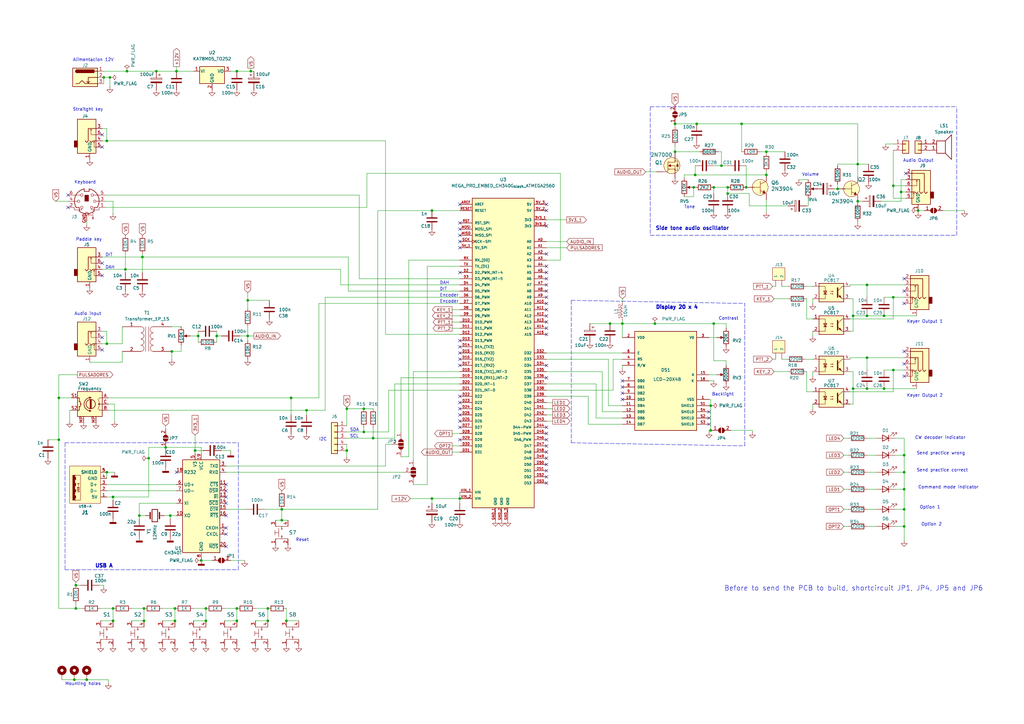
<source format=kicad_sch>
(kicad_sch (version 20211123) (generator eeschema)
  (paper "A3")
  (title_block (title "CW KEYER K3NG WITH MEGA2560 PRO MINI") (date "2023-05-04") (rev "1.0") (comment 1 "By Pere López EA3AGK") (comment 2 "Based on K3NG keyer and K5BCQ"))
  (junction (at 46.355 254.635))
  (junction (at 30.48 278.765))
  (junction (at 142.24 184.785))
  (junction (at 369.57 78.74))
  (junction (at 97.155 254.635))
  (junction (at 45.085 31.75))
  (junction (at 119.38 163.195))
  (junction (at 60.96 187.96))
  (junction (at 177.165 204.47))
  (junction (at 366.395 151.765))
  (junction (at 115.57 208.915))
  (junction (at 370.84 186.69))
  (junction (at 71.755 249.555))
  (junction (at 42.545 31.75))
  (junction (at 117.475 254.635))
  (junction (at 149.225 167.64))
  (junction (at 57.15 211.455))
  (junction (at 250.19 132.715))
  (junction (at 102.87 29.21))
  (junction (at 72.39 29.21))
  (junction (at 43.815 193.675))
  (junction (at 59.055 249.555))
  (junction (at 292.735 76.835))
  (junction (at 292.735 132.715))
  (junction (at 304.165 50.8))
  (junction (at 84.455 254.635))
  (junction (at 362.585 159.385))
  (junction (at 268.605 132.715))
  (junction (at 314.325 71.755))
  (junction (at 188.595 204.47))
  (junction (at 366.395 121.92))
  (junction (at 115.57 213.36))
  (junction (at 101.6 137.795))
  (junction (at 177.165 86.36))
  (junction (at 355.6 146.685))
  (junction (at 81.28 137.795))
  (junction (at 149.225 177.165))
  (junction (at 343.535 77.47))
  (junction (at 285.75 50.8))
  (junction (at 69.85 211.455))
  (junction (at 351.79 67.31))
  (junction (at 366.395 76.2))
  (junction (at 314.325 62.23))
  (junction (at 276.86 50.8))
  (junction (at 51.435 110.49))
  (junction (at 376.555 86.36))
  (junction (at 35.56 278.765))
  (junction (at 285.115 71.755))
  (junction (at 71.755 254.635))
  (junction (at 80.01 184.785))
  (junction (at 291.465 166.37))
  (junction (at 109.855 254.635))
  (junction (at 291.465 176.53))
  (junction (at 24.13 163.195))
  (junction (at 349.885 129.54))
  (junction (at 31.115 249.555))
  (junction (at 31.115 240.03))
  (junction (at 298.45 76.835))
  (junction (at 24.13 180.34))
  (junction (at 298.45 79.375))
  (junction (at 59.055 254.635))
  (junction (at 370.84 215.9))
  (junction (at 142.24 167.64))
  (junction (at 101.6 123.19))
  (junction (at 88.9 137.795))
  (junction (at 153.035 179.705))
  (junction (at 255.27 132.715))
  (junction (at 46.355 203.835))
  (junction (at 58.42 105.41))
  (junction (at 52.07 29.21))
  (junction (at 355.6 116.84))
  (junction (at 370.84 193.675))
  (junction (at 355.6 159.385))
  (junction (at 295.91 67.945))
  (junction (at 362.585 129.54))
  (junction (at 370.84 200.66))
  (junction (at 349.885 159.385))
  (junction (at 351.79 82.55))
  (junction (at 67.945 183.515))
  (junction (at 370.84 208.915))
  (junction (at 306.07 76.835))
  (junction (at 82.55 229.87))
  (junction (at 284.48 76.835))
  (junction (at 125.73 168.275))
  (junction (at 109.855 249.555))
  (junction (at 355.6 129.54))
  (junction (at 276.86 62.23))
  (junction (at 64.135 29.21))
  (junction (at 46.355 249.555))
  (junction (at 43.815 57.785))
  (junction (at 97.155 29.21))
  (junction (at 70.485 144.145))
  (junction (at 43.815 140.97))
  (junction (at 97.155 249.555))
  (junction (at 84.455 249.555))
  (no_connect (at 224.155 104.14))
  (no_connect (at 188.595 162.56))
  (no_connect (at 255.27 163.83))
  (no_connect (at 188.595 180.34))
  (no_connect (at 92.71 224.155))
  (no_connect (at 92.71 201.295))
  (no_connect (at 188.595 170.18))
  (no_connect (at 224.155 116.84))
  (no_connect (at 188.595 147.32))
  (no_connect (at 188.595 167.64))
  (no_connect (at 27.94 80.01))
  (no_connect (at 188.595 91.44))
  (no_connect (at 188.595 101.6))
  (no_connect (at 371.475 71.12))
  (no_connect (at 92.71 219.075))
  (no_connect (at 255.27 161.29))
  (no_connect (at 41.91 113.03))
  (no_connect (at 188.595 149.86))
  (no_connect (at 41.91 138.43))
  (no_connect (at 188.595 96.52))
  (no_connect (at 224.155 195.58))
  (no_connect (at 224.155 109.22))
  (no_connect (at 188.595 99.06))
  (no_connect (at 370.84 154.305))
  (no_connect (at 224.155 180.34))
  (no_connect (at 92.71 203.835))
  (no_connect (at 290.83 173.99))
  (no_connect (at 224.155 185.42))
  (no_connect (at 188.595 93.98))
  (no_connect (at 188.595 165.1))
  (no_connect (at 224.155 83.82))
  (no_connect (at 255.27 156.21))
  (no_connect (at 224.155 119.38))
  (no_connect (at 290.83 171.45))
  (no_connect (at 224.155 177.8))
  (no_connect (at 290.83 168.91))
  (no_connect (at 41.91 60.325))
  (no_connect (at 224.155 149.86))
  (no_connect (at 41.91 55.245))
  (no_connect (at 224.155 154.94))
  (no_connect (at 92.71 216.535))
  (no_connect (at 92.71 211.455))
  (no_connect (at 224.155 86.36))
  (no_connect (at 370.84 144.145))
  (no_connect (at 224.155 111.76))
  (no_connect (at 92.71 198.755))
  (no_connect (at 224.155 190.5))
  (no_connect (at 188.595 144.78))
  (no_connect (at 224.155 137.16))
  (no_connect (at 224.155 92.71))
  (no_connect (at 92.71 206.375))
  (no_connect (at 370.84 149.225))
  (no_connect (at 224.155 182.88))
  (no_connect (at 224.155 114.3))
  (no_connect (at 72.39 193.675))
  (no_connect (at 188.595 111.76))
  (no_connect (at 370.84 114.3))
  (no_connect (at 224.155 121.92))
  (no_connect (at 41.91 107.95))
  (no_connect (at 224.155 175.26))
  (no_connect (at 224.155 127))
  (no_connect (at 224.155 198.12))
  (no_connect (at 188.595 142.24))
  (no_connect (at 27.94 85.09))
  (no_connect (at 224.155 193.04))
  (no_connect (at 224.155 187.96))
  (no_connect (at 41.91 143.51))
  (no_connect (at 188.595 139.7))
  (no_connect (at 188.595 172.72))
  (no_connect (at 224.155 129.54))
  (no_connect (at 370.84 119.38))
  (no_connect (at 370.84 124.46))
  (no_connect (at 224.155 124.46))
  (no_connect (at 188.595 83.82))
  (no_connect (at 188.595 175.26))
  (no_connect (at 224.155 134.62))
  (no_connect (at 224.155 132.08))
  (no_connect (at 255.27 158.75))
  (wire (pts (xy 348.615 122.555) (xy 349.885 122.555)))
  (wire (pts (xy 43.815 135.89) (xy 43.815 140.97)))
  (wire (pts (xy 370.84 221.615) (xy 370.84 215.9)))
  (wire (pts (xy 80.01 184.785) (xy 83.185 184.785)))
  (wire (pts (xy 371.475 78.74) (xy 369.57 78.74)))
  (wire (pts (xy 362.585 121.92) (xy 366.395 121.92)))
  (wire (pts (xy 375.92 159.385) (xy 362.585 159.385)))
  (wire (pts (xy 67.945 183.515) (xy 67.945 184.15)))
  (wire (pts (xy 43.815 193.675) (xy 46.99 193.675)))
  (wire (pts (xy 43.815 52.705) (xy 41.91 52.705)))
  (wire (pts (xy 119.38 163.195) (xy 130.81 163.195)))
  (wire (pts (xy 158.115 137.16) (xy 158.115 57.785)))
  (wire (pts (xy 224.155 152.4) (xy 247.015 152.4)))
  (wire (pts (xy 351.79 67.31) (xy 356.235 67.31)))
  (wire (pts (xy 43.18 82.55) (xy 46.355 82.55)))
  (wire (pts (xy 366.395 121.92) (xy 366.395 130.81)))
  (wire (pts (xy 142.24 182.245) (xy 142.24 184.785)))
  (wire (pts (xy 88.9 137.795) (xy 90.805 137.795)))
  (wire (pts (xy 348.615 152.4) (xy 349.885 152.4)))
  (wire (pts (xy 276.86 59.69) (xy 276.86 62.23)))
  (wire (pts (xy 290.83 138.43) (xy 294.005 138.43)))
  (wire (pts (xy 366.395 61.595) (xy 366.395 76.2)))
  (wire (pts (xy 158.115 182.245) (xy 160.655 182.245)))
  (wire (pts (xy 330.835 122.555) (xy 330.835 130.81)))
  (wire (pts (xy 255.27 131.445) (xy 255.27 132.715)))
  (wire (pts (xy 355.6 159.385) (xy 362.585 159.385)))
  (wire (pts (xy 43.18 80.01) (xy 147.32 80.01)))
  (polyline (pts (xy 392.43 96.52) (xy 392.43 43.815)))
  (wire (pts (xy 255.27 147.32) (xy 251.46 147.32)))
  (wire (pts (xy 349.885 159.385) (xy 349.885 165.735)))
  (wire (pts (xy 92.71 193.675) (xy 165.735 193.675)))
  (wire (pts (xy 292.735 147.955) (xy 297.815 147.955)))
  (wire (pts (xy 249.555 147.32) (xy 224.155 147.32)))
  (wire (pts (xy 224.155 101.6) (xy 232.41 101.6)))
  (wire (pts (xy 82.55 229.87) (xy 86.995 229.87)))
  (wire (pts (xy 224.155 90.17) (xy 232.41 90.17)))
  (wire (pts (xy 113.03 213.36) (xy 115.57 213.36)))
  (wire (pts (xy 307.34 84.455) (xy 323.215 84.455)))
  (wire (pts (xy 161.925 157.48) (xy 188.595 157.48)))
  (wire (pts (xy 355.6 186.69) (xy 359.41 186.69)))
  (wire (pts (xy 92.075 249.555) (xy 97.155 249.555)))
  (wire (pts (xy 376.555 86.995) (xy 376.555 86.36)))
  (wire (pts (xy 250.19 132.715) (xy 255.27 132.715)))
  (wire (pts (xy 304.165 50.8) (xy 304.165 62.23)))
  (wire (pts (xy 297.815 147.955) (xy 297.815 149.86)))
  (wire (pts (xy 285.115 71.755) (xy 314.325 71.755)))
  (wire (pts (xy 376.555 86.36) (xy 379.095 86.36)))
  (wire (pts (xy 330.835 130.81) (xy 333.375 130.81)))
  (wire (pts (xy 355.6 116.84) (xy 370.84 116.84)))
  (wire (pts (xy 280.67 73.025) (xy 280.67 71.755)))
  (wire (pts (xy 45.085 31.75) (xy 45.085 35.56)))
  (wire (pts (xy 255.27 122.555) (xy 255.27 123.825)))
  (wire (pts (xy 251.46 147.32) (xy 251.46 160.02)))
  (wire (pts (xy 53.975 249.555) (xy 59.055 249.555)))
  (wire (pts (xy 42.545 29.21) (xy 52.07 29.21)))
  (wire (pts (xy 348.615 160.655) (xy 366.395 160.655)))
  (wire (pts (xy 188.595 116.84) (xy 139.7 116.84)))
  (wire (pts (xy 36.83 148.59) (xy 50.165 148.59)))
  (wire (pts (xy 370.84 215.9) (xy 370.84 208.915)))
  (wire (pts (xy 366.395 81.28) (xy 371.475 81.28)))
  (wire (pts (xy 349.885 129.54) (xy 349.885 135.89)))
  (wire (pts (xy 316.865 147.32) (xy 318.135 147.32)))
  (wire (pts (xy 154.94 86.36) (xy 154.94 208.915)))
  (wire (pts (xy 108.585 208.915) (xy 115.57 208.915)))
  (wire (pts (xy 150.495 85.09) (xy 150.495 71.12)))
  (wire (pts (xy 41.91 57.785) (xy 43.815 57.785)))
  (wire (pts (xy 314.325 62.23) (xy 314.325 62.865)))
  (wire (pts (xy 349.885 129.54) (xy 355.6 129.54)))
  (wire (pts (xy 244.475 157.48) (xy 224.155 157.48)))
  (wire (pts (xy 119.38 163.195) (xy 119.38 170.18)))
  (wire (pts (xy 22.86 82.55) (xy 27.94 82.55)))
  (wire (pts (xy 24.13 153.67) (xy 24.13 163.195)))
  (wire (pts (xy 367.03 200.66) (xy 370.84 200.66)))
  (wire (pts (xy 31.115 238.76) (xy 31.115 240.03)))
  (wire (pts (xy 50.165 140.97) (xy 43.815 140.97)))
  (wire (pts (xy 355.6 179.705) (xy 359.41 179.705)))
  (wire (pts (xy 94.615 184.785) (xy 94.615 185.42)))
  (wire (pts (xy 57.15 212.725) (xy 57.15 211.455)))
  (wire (pts (xy 43.815 57.785) (xy 158.115 57.785)))
  (wire (pts (xy 31.75 153.67) (xy 24.13 153.67)))
  (wire (pts (xy 125.73 168.275) (xy 133.35 168.275)))
  (wire (pts (xy 351.79 83.185) (xy 351.79 82.55)))
  (polyline (pts (xy 26.67 233.68) (xy 97.79 233.68)))
  (wire (pts (xy 369.57 78.74) (xy 369.57 73.66)))
  (wire (pts (xy 370.84 208.915) (xy 367.03 208.915)))
  (wire (pts (xy 169.545 198.755) (xy 175.26 198.755)))
  (wire (pts (xy 175.26 198.755) (xy 175.26 109.22)))
  (wire (pts (xy 79.375 254.635) (xy 84.455 254.635)))
  (wire (pts (xy 255.27 149.86) (xy 255.27 151.13)))
  (wire (pts (xy 101.6 123.19) (xy 101.6 126.365)))
  (wire (pts (xy 159.385 177.165) (xy 159.385 160.02)))
  (polyline (pts (xy 266.7 43.815) (xy 266.7 96.52)))
  (wire (pts (xy 355.6 129.54) (xy 362.585 129.54)))
  (wire (pts (xy 280.67 80.645) (xy 284.48 80.645)))
  (wire (pts (xy 142.875 105.41) (xy 142.875 119.38)))
  (wire (pts (xy 142.24 179.705) (xy 153.035 179.705)))
  (wire (pts (xy 299.72 176.53) (xy 308.61 176.53)))
  (wire (pts (xy 355.6 193.675) (xy 359.41 193.675)))
  (wire (pts (xy 346.075 200.66) (xy 347.98 200.66)))
  (wire (pts (xy 44.45 163.195) (xy 119.38 163.195)))
  (wire (pts (xy 284.48 76.835) (xy 285.115 76.835)))
  (wire (pts (xy 351.79 72.39) (xy 351.79 67.31)))
  (wire (pts (xy 346.075 193.675) (xy 347.98 193.675)))
  (wire (pts (xy 185.42 132.08) (xy 188.595 132.08)))
  (wire (pts (xy 290.83 156.21) (xy 292.735 156.21)))
  (wire (pts (xy 224.155 167.64) (xy 226.695 167.64)))
  (wire (pts (xy 139.7 110.49) (xy 139.7 116.84)))
  (wire (pts (xy 185.42 185.42) (xy 188.595 185.42)))
  (wire (pts (xy 290.83 153.67) (xy 294.005 153.67)))
  (wire (pts (xy 19.685 180.34) (xy 24.13 180.34)))
  (wire (pts (xy 331.47 84.455) (xy 331.47 81.28)))
  (wire (pts (xy 355.6 215.9) (xy 359.41 215.9)))
  (wire (pts (xy 188.595 201.93) (xy 188.595 204.47)))
  (wire (pts (xy 30.48 278.765) (xy 35.56 278.765)))
  (wire (pts (xy 276.86 62.23) (xy 276.86 62.865)))
  (wire (pts (xy 369.57 73.66) (xy 371.475 73.66)))
  (wire (pts (xy 92.71 191.135) (xy 158.115 191.135)))
  (wire (pts (xy 169.545 152.4) (xy 188.595 152.4)))
  (wire (pts (xy 291.465 166.37) (xy 291.465 176.53)))
  (wire (pts (xy 94.615 229.87) (xy 100.33 229.87)))
  (wire (pts (xy 317.5 152.4) (xy 323.215 152.4)))
  (wire (pts (xy 164.465 154.94) (xy 188.595 154.94)))
  (wire (pts (xy 101.6 120.015) (xy 101.6 123.19)))
  (wire (pts (xy 294.64 62.23) (xy 295.91 62.23)))
  (wire (pts (xy 115.57 213.36) (xy 118.11 213.36)))
  (wire (pts (xy 276.86 62.23) (xy 287.02 62.23)))
  (wire (pts (xy 343.535 75.565) (xy 343.535 77.47)))
  (wire (pts (xy 147.32 80.01) (xy 147.32 114.3)))
  (wire (pts (xy 276.86 50.8) (xy 276.86 52.07)))
  (wire (pts (xy 50.165 133.985) (xy 50.165 140.97)))
  (wire (pts (xy 42.545 240.03) (xy 42.545 240.665)))
  (wire (pts (xy 298.45 76.835) (xy 298.45 79.375)))
  (wire (pts (xy 78.105 137.795) (xy 81.28 137.795)))
  (wire (pts (xy 58.42 105.41) (xy 142.875 105.41)))
  (wire (pts (xy 46.99 172.72) (xy 46.99 165.735)))
  (wire (pts (xy 355.6 200.66) (xy 359.41 200.66)))
  (wire (pts (xy 142.24 177.165) (xy 149.225 177.165)))
  (polyline (pts (xy 97.79 233.68) (xy 97.79 181.61)))
  (wire (pts (xy 295.91 62.23) (xy 295.91 67.945)))
  (wire (pts (xy 29.21 163.195) (xy 24.13 163.195)))
  (wire (pts (xy 348.615 146.685) (xy 355.6 146.685)))
  (wire (pts (xy 185.42 127) (xy 188.595 127)))
  (wire (pts (xy 330.2 147.32) (xy 333.375 147.32)))
  (wire (pts (xy 41.275 254.635) (xy 46.355 254.635)))
  (wire (pts (xy 355.6 146.685) (xy 355.6 151.765)))
  (wire (pts (xy 71.755 249.555) (xy 71.755 254.635)))
  (wire (pts (xy 50.165 148.59) (xy 50.165 144.145)))
  (wire (pts (xy 94.615 29.21) (xy 97.155 29.21)))
  (wire (pts (xy 348.615 130.81) (xy 366.395 130.81)))
  (wire (pts (xy 64.135 29.21) (xy 72.39 29.21)))
  (wire (pts (xy 168.275 204.47) (xy 177.165 204.47)))
  (wire (pts (xy 351.79 82.55) (xy 353.695 82.55)))
  (wire (pts (xy 101.6 133.985) (xy 101.6 137.795)))
  (wire (pts (xy 188.595 114.3) (xy 147.32 114.3)))
  (wire (pts (xy 88.9 135.89) (xy 88.9 137.795)))
  (wire (pts (xy 366.395 76.2) (xy 366.395 81.28)))
  (polyline (pts (xy 266.7 96.52) (xy 392.43 96.52)))
  (wire (pts (xy 57.15 206.375) (xy 57.15 211.455)))
  (wire (pts (xy 97.155 249.555) (xy 97.155 254.635)))
  (wire (pts (xy 188.595 119.38) (xy 142.875 119.38)))
  (wire (pts (xy 46.355 249.555) (xy 46.355 254.635)))
  (polyline (pts (xy 234.315 123.19) (xy 305.435 124.46)))
  (wire (pts (xy 43.18 85.09) (xy 150.495 85.09)))
  (wire (pts (xy 115.57 208.915) (xy 154.94 208.915)))
  (wire (pts (xy 255.27 132.715) (xy 268.605 132.715)))
  (wire (pts (xy 161.925 179.705) (xy 161.925 157.48)))
  (wire (pts (xy 70.485 133.985) (xy 74.295 133.985)))
  (wire (pts (xy 367.03 193.675) (xy 370.84 193.675)))
  (polyline (pts (xy 234.315 123.19) (xy 234.315 181.61)))
  (wire (pts (xy 185.42 177.8) (xy 188.595 177.8)))
  (wire (pts (xy 104.775 249.555) (xy 109.855 249.555)))
  (wire (pts (xy 355.6 116.84) (xy 355.6 121.92)))
  (wire (pts (xy 370.84 208.915) (xy 370.84 200.66)))
  (wire (pts (xy 142.24 184.785) (xy 142.24 187.325)))
  (wire (pts (xy 255.27 166.37) (xy 249.555 166.37)))
  (wire (pts (xy 330.835 117.475) (xy 333.375 117.475)))
  (wire (pts (xy 109.855 249.555) (xy 109.855 254.635)))
  (wire (pts (xy 31.115 249.555) (xy 33.655 249.555)))
  (wire (pts (xy 333.375 122.555) (xy 333.375 124.46)))
  (wire (pts (xy 46.355 82.55) (xy 46.355 87.63)))
  (wire (pts (xy 41.91 135.89) (xy 43.815 135.89)))
  (wire (pts (xy 66.675 254.635) (xy 71.755 254.635)))
  (wire (pts (xy 69.85 211.455) (xy 69.85 212.725)))
  (wire (pts (xy 57.15 211.455) (xy 59.69 211.455)))
  (wire (pts (xy 142.24 167.005) (xy 142.24 167.64)))
  (wire (pts (xy 142.24 167.64) (xy 149.225 167.64)))
  (wire (pts (xy 333.375 152.4) (xy 333.375 154.305)))
  (wire (pts (xy 255.27 171.45) (xy 244.475 171.45)))
  (wire (pts (xy 334.645 77.47) (xy 335.28 77.47)))
  (wire (pts (xy 88.9 137.795) (xy 88.9 140.335)))
  (wire (pts (xy 31.115 240.03) (xy 33.02 240.03)))
  (wire (pts (xy 42.545 31.75) (xy 42.545 34.29)))
  (wire (pts (xy 130.81 163.195) (xy 130.81 124.46)))
  (wire (pts (xy 101.6 137.795) (xy 101.6 139.7)))
  (wire (pts (xy 224.155 160.02) (xy 251.46 160.02)))
  (wire (pts (xy 51.435 110.49) (xy 139.7 110.49)))
  (wire (pts (xy 346.075 179.705) (xy 347.98 179.705)))
  (wire (pts (xy 185.42 182.88) (xy 188.595 182.88)))
  (wire (pts (xy 41.275 249.555) (xy 46.355 249.555)))
  (wire (pts (xy 175.26 109.22) (xy 188.595 109.22)))
  (wire (pts (xy 150.495 71.12) (xy 229.87 71.12)))
  (wire (pts (xy 90.805 184.785) (xy 94.615 184.785)))
  (wire (pts (xy 164.465 187.325) (xy 167.64 187.325)))
  (wire (pts (xy 330.835 152.4) (xy 330.835 160.655)))
  (wire (pts (xy 304.165 50.8) (xy 351.79 50.8)))
  (wire (pts (xy 117.475 254.635) (xy 122.555 254.635)))
  (wire (pts (xy 224.155 170.18) (xy 226.695 170.18)))
  (wire (pts (xy 66.675 249.555) (xy 71.755 249.555)))
  (wire (pts (xy 292.735 132.715) (xy 297.815 132.715)))
  (wire (pts (xy 224.155 172.72) (xy 226.695 172.72)))
  (wire (pts (xy 285.75 50.8) (xy 304.165 50.8)))
  (wire (pts (xy 280.67 71.755) (xy 285.115 71.755)))
  (wire (pts (xy 104.775 254.635) (xy 109.855 254.635)))
  (wire (pts (xy 46.355 203.835) (xy 60.96 203.835)))
  (wire (pts (xy 41.91 110.49) (xy 51.435 110.49)))
  (wire (pts (xy 102.87 27.94) (xy 102.87 29.21)))
  (wire (pts (xy 35.56 92.075) (xy 35.56 90.805)))
  (wire (pts (xy 285.115 67.945) (xy 285.115 71.755)))
  (wire (pts (xy 185.42 129.54) (xy 188.595 129.54)))
  (wire (pts (xy 60.96 187.96) (xy 60.96 183.515)))
  (wire (pts (xy 149.225 175.26) (xy 149.225 177.165)))
  (wire (pts (xy 133.35 168.275) (xy 133.35 121.92)))
  (wire (pts (xy 355.6 146.685) (xy 370.84 146.685)))
  (wire (pts (xy 370.84 193.675) (xy 370.84 186.69)))
  (wire (pts (xy 149.225 167.64) (xy 153.035 167.64)))
  (wire (pts (xy 67.945 174.625) (xy 67.945 175.895)))
  (wire (pts (xy 346.075 208.915) (xy 347.98 208.915)))
  (wire (pts (xy 177.165 204.47) (xy 177.165 206.375)))
  (wire (pts (xy 369.57 78.74) (xy 369.57 82.55)))
  (wire (pts (xy 60.96 203.835) (xy 60.96 187.96)))
  (wire (pts (xy 70.485 144.145) (xy 70.485 147.32)))
  (wire (pts (xy 82.55 183.515) (xy 82.55 186.055)))
  (wire (pts (xy 362.585 151.765) (xy 366.395 151.765)))
  (wire (pts (xy 333.375 135.89) (xy 333.375 137.795)))
  (wire (pts (xy 28.575 168.275) (xy 28.575 172.72)))
  (wire (pts (xy 255.27 168.91) (xy 247.015 168.91)))
  (wire (pts (xy 43.815 201.295) (xy 72.39 201.295)))
  (wire (pts (xy 292.735 76.835) (xy 298.45 76.835)))
  (wire (pts (xy 349.885 122.555) (xy 349.885 129.54)))
  (wire (pts (xy 367.03 186.69) (xy 370.84 186.69)))
  (wire (pts (xy 224.155 144.78) (xy 255.27 144.78)))
  (wire (pts (xy 348.615 147.32) (xy 348.615 146.685)))
  (wire (pts (xy 327.66 73.66) (xy 331.47 73.66)))
  (wire (pts (xy 348.615 117.475) (xy 348.615 116.84)))
  (wire (pts (xy 295.91 67.945) (xy 298.45 67.945)))
  (wire (pts (xy 316.865 117.475) (xy 318.135 117.475)))
  (wire (pts (xy 44.45 280.035) (xy 44.45 278.765)))
  (wire (pts (xy 306.07 67.945) (xy 306.07 76.835)))
  (wire (pts (xy 82.55 229.235) (xy 82.55 229.87)))
  (wire (pts (xy 81.28 137.795) (xy 81.28 140.335)))
  (wire (pts (xy 164.465 154.94) (xy 164.465 177.165)))
  (wire (pts (xy 343.535 77.47) (xy 344.17 77.47)))
  (polyline (pts (xy 266.7 43.815) (xy 392.43 43.815)))
  (wire (pts (xy 142.24 167.64) (xy 142.24 174.625)))
  (wire (pts (xy 51.435 110.49) (xy 51.435 111.76)))
  (wire (pts (xy 130.81 124.46) (xy 188.595 124.46)))
  (wire (pts (xy 149.225 177.165) (xy 159.385 177.165)))
  (wire (pts (xy 153.035 175.26) (xy 153.035 179.705)))
  (wire (pts (xy 291.465 176.53) (xy 292.1 176.53)))
  (wire (pts (xy 244.475 171.45) (xy 244.475 157.48)))
  (wire (pts (xy 67.31 211.455) (xy 69.85 211.455)))
  (polyline (pts (xy 305.435 182.88) (xy 305.435 124.46)))
  (wire (pts (xy 306.07 76.835) (xy 306.705 76.835)))
  (wire (pts (xy 79.375 249.555) (xy 84.455 249.555)))
  (wire (pts (xy 367.03 215.9) (xy 370.84 215.9)))
  (wire (pts (xy 361.315 82.55) (xy 369.57 82.55)))
  (polyline (pts (xy 26.67 181.61) (xy 97.79 181.61)))
  (wire (pts (xy 177.165 86.36) (xy 188.595 86.36)))
  (wire (pts (xy 247.015 168.91) (xy 247.015 152.4)))
  (wire (pts (xy 43.815 198.755) (xy 72.39 198.755)))
  (wire (pts (xy 264.795 70.485) (xy 269.24 70.485)))
  (wire (pts (xy 167.64 187.325) (xy 167.64 106.68)))
  (wire (pts (xy 349.885 159.385) (xy 355.6 159.385)))
  (wire (pts (xy 255.27 132.715) (xy 255.27 138.43)))
  (wire (pts (xy 72.39 29.21) (xy 79.375 29.21)))
  (wire (pts (xy 44.45 168.275) (xy 125.73 168.275)))
  (wire (pts (xy 81.28 135.89) (xy 81.28 137.795)))
  (wire (pts (xy 154.94 86.36) (xy 177.165 86.36)))
  (wire (pts (xy 25.4 278.765) (xy 30.48 278.765)))
  (wire (pts (xy 343.535 67.31) (xy 351.79 67.31)))
  (wire (pts (xy 158.115 182.245) (xy 158.115 191.135)))
  (wire (pts (xy 43.815 140.97) (xy 41.91 140.97)))
  (wire (pts (xy 188.595 137.16) (xy 158.115 137.16)))
  (wire (pts (xy 53.975 254.635) (xy 59.055 254.635)))
  (wire (pts (xy 69.85 211.455) (xy 72.39 211.455)))
  (wire (pts (xy 370.84 179.705) (xy 367.03 179.705)))
  (wire (pts (xy 224.155 99.06) (xy 232.41 99.06)))
  (polyline (pts (xy 26.67 181.61) (xy 26.67 233.68)))
  (wire (pts (xy 188.595 204.47) (xy 188.595 206.375)))
  (wire (pts (xy 35.56 278.765) (xy 44.45 278.765)))
  (wire (pts (xy 349.885 152.4) (xy 349.885 159.385)))
  (wire (pts (xy 40.64 240.03) (xy 42.545 240.03)))
  (wire (pts (xy 43.815 57.785) (xy 43.815 52.705)))
  (wire (pts (xy 67.945 183.515) (xy 82.55 183.515)))
  (wire (pts (xy 386.715 86.36) (xy 395.605 86.36)))
  (wire (pts (xy 276.86 50.8) (xy 285.75 50.8)))
  (wire (pts (xy 292.735 132.715) (xy 292.735 147.955)))
  (wire (pts (xy 92.71 208.915) (xy 100.965 208.915)))
  (wire (pts (xy 366.395 151.765) (xy 370.84 151.765)))
  (wire (pts (xy 297.815 132.715) (xy 297.815 134.62)))
  (wire (pts (xy 311.785 62.23) (xy 314.325 62.23)))
  (wire (pts (xy 349.885 135.89) (xy 348.615 135.89)))
  (polyline (pts (xy 234.315 181.61) (xy 305.435 182.88)))
  (wire (pts (xy 363.22 59.055) (xy 366.395 59.055)))
  (wire (pts (xy 349.885 165.735) (xy 348.615 165.735)))
  (wire (pts (xy 101.6 123.19) (xy 110.49 123.19)))
  (wire (pts (xy 72.39 206.375) (xy 57.15 206.375)))
  (wire (pts (xy 241.3 162.56) (xy 224.155 162.56)))
  (wire (pts (xy 46.99 165.735) (xy 44.45 165.735)))
  (wire (pts (xy 370.84 186.69) (xy 370.84 179.705)))
  (wire (pts (xy 320.675 147.32) (xy 322.58 147.32)))
  (wire (pts (xy 291.465 176.53) (xy 290.83 176.53)))
  (wire (pts (xy 317.5 122.555) (xy 323.215 122.555)))
  (wire (pts (xy 43.815 203.835) (xy 46.355 203.835)))
  (wire (pts (xy 291.465 163.83) (xy 290.83 163.83)))
  (wire (pts (xy 133.35 121.92) (xy 188.595 121.92)))
  (wire (pts (xy 102.87 29.21) (xy 104.14 29.21)))
  (wire (pts (xy 366.395 76.2) (xy 371.475 76.2)))
  (wire (pts (xy 70.485 144.145) (xy 74.295 144.145)))
  (wire (pts (xy 330.835 160.655) (xy 333.375 160.655)))
  (wire (pts (xy 159.385 160.02) (xy 188.595 160.02)))
  (wire (pts (xy 348.615 116.84) (xy 355.6 116.84)))
  (wire (pts (xy 284.48 80.645) (xy 284.48 76.835)))
  (wire (pts (xy 24.13 249.555) (xy 31.115 249.555)))
  (wire (pts (xy 255.27 173.99) (xy 241.3 173.99)))
  (wire (pts (xy 98.425 137.795) (xy 101.6 137.795)))
  (wire (pts (xy 43.815 193.675) (xy 43.815 196.215)))
  (wire (pts (xy 355.6 208.915) (xy 359.41 208.915)))
  (wire (pts (xy 291.465 166.37) (xy 290.83 166.37)))
  (wire (pts (xy 241.3 173.99) (xy 241.3 162.56)))
  (wire (pts (xy 167.64 106.68) (xy 188.595 106.68)))
  (wire (pts (xy 224.155 165.1) (xy 226.695 165.1)))
  (wire (pts (xy 330.835 84.455) (xy 331.47 84.455)))
  (wire (pts (xy 125.73 168.275) (xy 125.73 170.18)))
  (wire (pts (xy 97.155 29.21) (xy 102.87 29.21)))
  (wire (pts (xy 58.42 104.14) (xy 58.42 105.41)))
  (wire (pts (xy 92.075 254.635) (xy 97.155 254.635)))
  (wire (pts (xy 314.325 62.23) (xy 321.945 62.23)))
  (wire (pts (xy 291.465 163.83) (xy 291.465 166.37)))
  (wire (pts (xy 292.735 67.945) (xy 295.91 67.945)))
  (wire (pts (xy 117.475 249.555) (xy 117.475 254.635)))
  (wire (pts (xy 45.085 31.75) (xy 42.545 31.75)))
  (wire (pts (xy 153.035 179.705) (xy 161.925 179.705)))
  (wire (pts (xy 52.07 29.21) (xy 64.135 29.21)))
  (wire (pts (xy 314.325 70.485) (xy 314.325 71.755)))
  (wire (pts (xy 346.075 215.9) (xy 347.98 215.9)))
  (wire (pts (xy 58.42 105.41) (xy 58.42 111.76)))
  (wire (pts (xy 308.61 176.53) (xy 308.61 177.165)))
  (wire (pts (xy 229.87 71.12) (xy 229.87 106.68)))
  (wire (pts (xy 185.42 134.62) (xy 188.595 134.62)))
  (wire (pts (xy 80.01 184.785) (xy 80.01 186.055)))
  (wire (pts (xy 320.675 117.475) (xy 323.215 117.475)))
  (wire (pts (xy 346.075 186.69) (xy 347.98 186.69)))
  (wire (pts (xy 59.055 249.555) (xy 59.055 254.635)))
  (wire (pts (xy 60.96 183.515) (xy 67.945 183.515)))
  (wire (pts (xy 46.355 203.835) (xy 46.355 205.105)))
  (wire (pts (xy 366.395 121.92) (xy 370.84 121.92)))
  (wire (pts (xy 84.455 249.555) (xy 84.455 254.635)))
  (wire (pts (xy 249.555 147.32) (xy 249.555 166.37)))
  (wire (pts (xy 333.375 165.735) (xy 333.375 167.64)))
  (wire (pts (xy 375.92 129.54) (xy 362.585 129.54)))
  (wire (pts (xy 31.115 247.65) (xy 31.115 249.555)))
  (wire (pts (xy 28.575 168.275) (xy 29.21 168.275)))
  (wire (pts (xy 115.57 208.915) (xy 115.57 213.36)))
  (wire (pts (xy 51.435 104.14) (xy 51.435 110.49)))
  (wire (pts (xy 241.935 132.715) (xy 250.19 132.715)))
  (wire (pts (xy 314.325 86.995) (xy 314.325 81.915)))
  (wire (pts (xy 24.13 180.34) (xy 24.13 249.555)))
  (wire (pts (xy 101.6 137.795) (xy 104.14 137.795)))
  (wire (pts (xy 24.13 163.195) (xy 24.13 180.34)))
  (wire (pts (xy 366.395 151.765) (xy 366.395 160.655)))
  (wire (pts (xy 351.79 50.8) (xy 351.79 67.31)))
  (wire (pts (xy 351.79 91.44) (xy 351.79 90.805)))
  (wire (pts (xy 224.155 106.68) (xy 229.87 106.68)))
  (wire (pts (xy 370.84 200.66) (xy 370.84 193.675)))
  (wire (pts (xy 72.39 27.305) (xy 72.39 29.21)))
  (wire (pts (xy 343.535 67.31) (xy 343.535 67.945)))
  (wire (pts (xy 292.735 76.835) (xy 292.735 79.375)))
  (wire (pts (xy 80.01 178.435) (xy 80.01 184.785)))
  (wire (pts (xy 169.545 152.4) (xy 169.545 188.595)))
  (wire (pts (xy 74.295 141.605) (xy 74.295 144.145)))
  (wire (pts (xy 290.83 176.53) (xy 290.83 177.165)))
  (wire (pts (xy 307.34 79.375) (xy 307.34 84.455)))
  (wire (pts (xy 268.605 132.715) (xy 292.735 132.715)))
  (wire (pts (xy 307.34 79.375) (xy 298.45 79.375)))
  (wire (pts (xy 177.165 204.47) (xy 188.595 204.47)))
  (wire (pts (xy 342.265 77.47) (xy 343.535 77.47)))
  (wire (pts (xy 41.91 105.41) (xy 58.42 105.41)))
  (text "Alimentacion 12V" (at 29.845 25.4 0) (effects (font (size 1.27 1.27)) (justify left bottom)))
  (text "Send practice correct" (at 375.92 193.675 0) (effects (font (size 1.27 1.27)) (justify left bottom)))
  (text "Contrast" (at 302.895 131.445 180) (effects (font (size 1.27 1.27)) (justify right bottom)))
  (text "I2C" (at 130.81 180.975 0) (effects (font (size 1.27 1.27)) (justify left bottom)))
  (text "DIT" (at 180.34 119.38 0) (effects (font (size 1.27 1.27)) (justify left bottom)))
  (text "CW decoder indicator" (at 375.285 180.34 0) (effects (font (size 1.27 1.27)) (justify left bottom)))
  (text "Option 1" (at 377.19 208.915 0) (effects (font (size 1.27 1.27)) (justify left bottom)))
  (text "DAH" (at 43.18 110.49 0) (effects (font (size 1.27 1.27)) (justify left bottom)))
  (text "Straitght key" (at 29.845 45.72 0) (effects (font (size 1.27 1.27)) (justify left bottom)))
  (text "Paddle key" (at 31.115 99.06 0) (effects (font (size 1.27 1.27)) (justify left bottom)))
  (text "Before to send the PCB to build, shortcircuit JP1, JP4, JP5 and JP6" (at 403.225 242.57 180) (effects (font (size 2 2)) (justify right bottom)))
  (text "Keyer Output 1\n" (at 386.715 132.715 180) (effects (font (size 1.27 1.27)) (justify right bottom)))
  (text "Audio input" (at 30.48 129.54 0) (effects (font (size 1.27 1.27)) (justify left bottom)))
  (text "Audio Output" (at 382.905 66.675 180) (effects (font (size 1.27 1.27)) (justify right bottom)))
  (text "Keyer Output 2\n\n" (at 386.715 165.1 180) (effects (font (size 1.27 1.27)) (justify right bottom)))
  (text "Side tone audio oscillator\n" (at 299.085 94.615 180) (effects (font (size 1.5 1.5) (thickness 0.3) bold) (justify right bottom)))
  (text "Option 2" (at 377.825 215.9 0) (effects (font (size 1.27 1.27)) (justify left bottom)))
  (text "SDA" (at 143.51 177.165 0) (effects (font (size 1.27 1.27)) (justify left bottom)))
  (text "DIT" (at 43.18 105.41 0) (effects (font (size 1.27 1.27)) (justify left bottom)))
  (text "Display 20 x 4" (at 286.385 127 180) (effects (font (size 1.5 1.5) (thickness 0.508) bold) (justify right bottom)))
  (text "Tone" (at 285.115 85.725 180) (effects (font (size 1.27 1.27)) (justify right bottom)))
  (text "Encoder" (at 180.34 124.46 0) (effects (font (size 1.27 1.27)) (justify left bottom)))
  (text "SCL" (at 143.51 179.705 0) (effects (font (size 1.27 1.27)) (justify left bottom)))
  (text "Encoder" (at 180.34 121.92 0) (effects (font (size 1.27 1.27)) (justify left bottom)))
  (text "DAH\n" (at 180.34 116.84 0) (effects (font (size 1.27 1.27)) (justify left bottom)))
  (text "Mounting holes" (at 26.67 281.305 0) (effects (font (size 1.27 1.27)) (justify left bottom)))
  (text "Keyboard" (at 30.48 75.565 0) (effects (font (size 1.27 1.27)) (justify left bottom)))
  (text "Volume" (at 335.915 72.39 180) (effects (font (size 1.27 1.27)) (justify right bottom)))
  (text "Send practice wrong" (at 375.92 186.69 0) (effects (font (size 1.27 1.27)) (justify left bottom)))
  (text "Reset" (at 121.285 222.25 0) (effects (font (size 1.27 1.27)) (justify left bottom)))
  (text "Backlight" (at 300.99 162.56 180) (effects (font (size 1.27 1.27)) (justify right bottom)))
  (text "Command mode indicator" (at 376.555 200.66 0) (effects (font (size 1.27 1.27)) (justify left bottom)))
  (text "USB A" (at 46.355 233.045 180) (effects (font (size 1.5 1.5) (thickness 0.508) bold) (justify right bottom)))
  (global_label "LED1" (shape input) (at 346.075 200.66 180) (property "Intersheet References" "${INTERSHEET_REFS}" (effects hide)))
  (global_label "LED3" (shape input) (at 346.075 186.69 180) (property "Intersheet References" "${INTERSHEET_REFS}" (effects hide)))
  (global_label "V5" (shape input) (at 51.435 96.52 90) (property "Referencias entre hojas" "${INTERSHEET_REFS}" (effects hide)))
  (global_label "V5" (shape input) (at 58.42 96.52 90) (property "Referencias entre hojas" "${INTERSHEET_REFS}" (effects hide)))
  (global_label "V5" (shape input) (at 142.24 167.005 90) (property "Referencias entre hojas" "${INTERSHEET_REFS}" (effects hide)))
  (global_label "OPT2" (shape input) (at 346.075 215.9 180) (property "Intersheet References" "${INTERSHEET_REFS}" (effects hide)))
  (global_label "3V3_1" (shape output) (at 232.41 90.17 0) (property "Intersheet References" "${INTERSHEET_REFS}" (effects hide)))
  (global_label "LED3" (shape output) (at 226.695 170.18 0) (property "Intersheet References" "${INTERSHEET_REFS}" (effects hide)))
  (global_label "KEY_1" (shape output) (at 185.42 127 180) (property "Intersheet References" "${INTERSHEET_REFS}" (effects hide)))
  (global_label "3V3_1" (shape input) (at 80.01 178.435 90) (property "Intersheet References" "${INTERSHEET_REFS}" (effects hide)))
  (global_label "OPT2" (shape output) (at 185.42 182.88 180) (property "Intersheet References" "${INTERSHEET_REFS}" (effects hide)))
  (global_label "PTT_1" (shape output) (at 185.42 132.08 180) (property "Intersheet References" "${INTERSHEET_REFS}" (effects hide)))
  (global_label "KEY_1" (shape input) (at 317.5 122.555 180) (property "Intersheet References" "${INTERSHEET_REFS}" (effects hide)))
  (global_label "V5" (shape output) (at 102.87 27.94 90) (property "Referencias entre hojas" "${INTERSHEET_REFS}" (effects hide)))
  (global_label "V5" (shape input) (at 67.945 174.625 90) (property "Referencias entre hojas" "${INTERSHEET_REFS}" (effects hide)))
  (global_label "V5" (shape input) (at 31.115 238.76 90) (property "Referencias entre hojas" "${INTERSHEET_REFS}" (effects hide)))
  (global_label "LED1" (shape output) (at 226.695 165.1 0) (property "Intersheet References" "${INTERSHEET_REFS}" (effects hide)))
  (global_label "LED4" (shape input) (at 346.075 179.705 180) (property "Intersheet References" "${INTERSHEET_REFS}" (effects hide)))
  (global_label "PULSADORES" (shape input) (at 232.41 101.6 0) (property "Intersheet References" "${INTERSHEET_REFS}" (effects hide)))
  (global_label "KEY_2" (shape output) (at 185.42 129.54 180) (property "Intersheet References" "${INTERSHEET_REFS}" (effects hide)))
  (global_label "OPT1" (shape input) (at 346.075 208.915 180) (property "Intersheet References" "${INTERSHEET_REFS}" (effects hide)))
  (global_label "V5" (shape input) (at 115.57 201.295 90) (property "Referencias entre hojas" "${INTERSHEET_REFS}" (effects hide)))
  (global_label "LED2" (shape output) (at 226.695 167.64 0) (property "Intersheet References" "${INTERSHEET_REFS}" (effects hide)))
  (global_label "AUDIO_OUT" (shape input) (at 264.795 70.485 180) (property "Intersheet References" "${INTERSHEET_REFS}" (effects hide)))
  (global_label "V5" (shape input) (at 255.27 122.555 90) (property "Referencias entre hojas" "${INTERSHEET_REFS}" (effects hide)))
  (global_label "PTT_2" (shape output) (at 185.42 134.62 180) (property "Intersheet References" "${INTERSHEET_REFS}" (effects hide)))
  (global_label "AUDIO_OUT" (shape output) (at 185.42 185.42 180) (property "Intersheet References" "${INTERSHEET_REFS}" (effects hide)))
  (global_label "V5" (shape input) (at 276.86 43.18 90) (property "Referencias entre hojas" "${INTERSHEET_REFS}" (effects hide)))
  (global_label "OPT1" (shape output) (at 185.42 177.8 180) (property "Intersheet References" "${INTERSHEET_REFS}" (effects hide)))
  (global_label "+12V" (shape input) (at 168.275 204.47 180) (property "Intersheet References" "${INTERSHEET_REFS}" (effects hide)))
  (global_label "PULSADORES" (shape output) (at 31.75 153.67 0) (property "Intersheet References" "${INTERSHEET_REFS}" (effects hide)))
  (global_label "KEY_2" (shape input) (at 317.5 152.4 180) (property "Intersheet References" "${INTERSHEET_REFS}" (effects hide)))
  (global_label "LED2" (shape input) (at 346.075 193.675 180) (property "Intersheet References" "${INTERSHEET_REFS}" (effects hide)))
  (global_label "PTT_2" (shape input) (at 316.865 147.32 180) (property "Intersheet References" "${INTERSHEET_REFS}" (effects hide)))
  (global_label "PTT_1" (shape input) (at 316.865 117.475 180) (property "Intersheet References" "${INTERSHEET_REFS}" (effects hide)))
  (global_label "AUDIO_IN" (shape input) (at 232.41 99.06 0) (property "Intersheet References" "${INTERSHEET_REFS}" (effects hide)))
  (global_label "+12V" (shape output) (at 72.39 27.305 90) (property "Intersheet References" "${INTERSHEET_REFS}" (effects hide)))
  (global_label "V5" (shape input) (at 22.86 82.55 90) (property "Referencias entre hojas" "${INTERSHEET_REFS}" (effects hide)))
  (global_label "LED4" (shape output) (at 226.695 172.72 0) (property "Intersheet References" "${INTERSHEET_REFS}" (effects hide)))
  (global_label "V5" (shape input) (at 101.6 120.015 90) (property "Referencias entre hojas" "${INTERSHEET_REFS}" (effects hide)))
  (global_label "AUDIO_IN" (shape output) (at 104.14 137.795 0) (property "Intersheet References" "${INTERSHEET_REFS}" (effects hide)))
  (symbol (lib_id "Device:R") (at 351.79 186.69 270) (unit 1)
    (property "Reference" "R22" (at 352.425 184.785 90) (effects (justify right)))
    (property "Value" "220R" (at 354.33 186.69 90) (effects (justify right)))
    (property "Footprint" "Resistor_SMD:R_0805_2012Metric" (effects hide))
  )
  (symbol (lib_id "Device:R") (at 351.79 86.995 180) (unit 1)
    (property "Reference" "R32" (at 353.695 87.63 0) (effects (justify right)))
    (property "Value" "100R" (at 351.79 89.535 90) (effects (justify right)))
    (property "Footprint" "Resistor_SMD:R_0805_2012Metric" (effects hide))
  )
  (symbol (lib_id "dk_Tactile-Switches:1825910-6") (at 120.015 259.715 90) (unit 1)
    (property "Reference" "S8" (at 120.015 252.095 90) (effects (font (size 1.524 1.524))))
    (property "Value" "1825910-6" (effects hide))
    (property "Footprint" "digikey-footprints:Switch_Tactile_THT_6x6mm" (effects hide))
    (property "Datasheet" "https://www.te.com/commerce/DocumentDelivery/DDEController?Action=srchrtrv&DocNm=1825910&DocType=Customer+Drawing&DocLang=English" (effects hide))
    (property "Digi-Key_PN" "450-1650-ND" (effects hide))
    (property "MPN" "1825910-6" (effects hide))
    (property "Category" "Switches" (effects hide))
    (property "Family" "Tactile Switches" (effects hide))
    (property "DK_Datasheet_Link" "https://www.te.com/commerce/DocumentDelivery/DDEController?Action=srchrtrv&DocNm=1825910&DocType=Customer+Drawing&DocLang=English" (effects hide))
    (property "DK_Detail_Page" "/product-detail/en/te-connectivity-alcoswitch-switches/1825910-6/450-1650-ND/1632536" (effects hide))
    (property "Description" "SWITCH TACTILE SPST-NO 0.05A 24V" (effects hide))
    (property "Manufacturer" "TE Connectivity ALCOSWITCH Switches" (effects hide))
    (property "Status" "Active" (effects hide))
  )
  (symbol (lib_id "power:GND2") (at 356.235 74.93 0) (unit 1)
    (property "Reference" "#PWR077" (effects hide))
    (property "Value" "GND2" (effects hide))
  )
  (symbol (lib_id "Device:Crystal") (at 63.5 211.455 180) (unit 1)
    (property "Reference" "Y1" (at 60.96 219.075 90) (effects (justify right)))
    (property "Value" "12MHz" (at 63.5 221.615 90) (effects (justify right)))
    (property "Footprint" "Crystal:Crystal_SMD_HC49-SD" (effects hide))
  )
  (symbol (lib_id "power:PWR_FLAG") (at 45.085 31.75 270) (unit 1)
    (property "Reference" "#FLG0104" (effects hide))
    (property "Value" "PWR_FLAG" (at 51.435 34.29 90))
  )
  (symbol (lib_id "Mechanical:MountingHole_Pad") (at 30.48 276.225 0) (unit 1)
    (property "Reference" "H2" (effects hide))
    (property "Value" "MountingHole_Pad" (effects hide))
    (property "Footprint" "MountingHole:MountingHole_3.2mm_M3_Pad_TopBottom" (effects hide))
  )
  (symbol (lib_id "Device:R") (at 276.86 55.88 180) (unit 1)
    (property "Reference" "R25" (at 271.145 55.88 0) (effects (justify right)))
    (property "Value" "100K" (at 276.86 58.42 90) (effects (justify right)))
    (property "Footprint" "Resistor_SMD:R_0805_2012Metric" (effects hide))
  )
  (symbol (lib_id "Device:C_Polarized") (at 104.14 33.02 0) (unit 1)
    (property "Reference" "C16" (at 106.68 35.56 0))
    (property "Value" "100uF" (at 107.95 30.48 0))
    (property "Footprint" "Capacitor_SMD:C_Elec_8x10.2" (effects hide))
  )
  (symbol (lib_id "power:GND1") (at 241.935 140.335 0) (unit 1)
    (property "Reference" "#PWR051" (effects hide))
    (property "Value" "GND1" (effects hide))
  )
  (symbol (lib_id "power:GND") (at 64.135 36.83 0) (unit 1)
    (property "Reference" "#PWR020" (effects hide))
    (property "Value" "GND" (effects hide))
  )
  (symbol (lib_id "Device:R") (at 351.79 193.675 270) (unit 1)
    (property "Reference" "R23" (at 352.425 191.77 90) (effects (justify right)))
    (property "Value" "220R" (at 354.33 193.675 90) (effects (justify right)))
    (property "Footprint" "Resistor_SMD:R_0805_2012Metric" (effects hide))
  )
  (symbol (lib_id "power:GND") (at 122.555 264.795 0) (unit 1)
    (property "Reference" "#PWR043" (effects hide))
    (property "Value" "GND" (effects hide))
  )
  (symbol (lib_id "Device:L_Ferrite") (at 255.27 127.635 180) (unit 1)
    (property "Reference" "L1" (at 252.73 127.635 90))
    (property "Value" "10uH" (at 256.54 127.635 90))
    (property "Footprint" "Inductor_SMD:L_1210_3225Metric_Pad1.42x2.65mm_HandSolder" (effects hide))
  )
  (symbol (lib_id "Jumper:SolderJumper_3_Open") (at 169.545 193.675 270) (unit 1)
    (property "Reference" "JP2" (at 162.56 195.58 90))
    (property "Value" "SolderJumper_3_Open" (effects hide))
    (property "Footprint" "Jumper:SolderJumper-3_P1.3mm_Open_RoundedPad1.0x1.5mm_NumberLabels" (effects hide))
  )
  (symbol (lib_id "power:GND") (at 203.2 213.36 0) (mirror y) (unit 1)
    (property "Reference" "#PWR048" (effects hide))
    (property "Value" "GND" (effects hide))
  )
  (symbol (lib_id "Device:R") (at 351.79 215.9 270) (unit 1)
    (property "Reference" "R34" (at 352.425 213.995 90) (effects (justify right)))
    (property "Value" "220R" (at 354.33 215.9 90) (effects (justify right)))
    (property "Footprint" "Resistor_SMD:R_0805_2012Metric" (effects hide))
  )
  (symbol (lib_id "power:GND") (at 28.575 172.72 0) (unit 1)
    (property "Reference" "#PWR02" (effects hide))
    (property "Value" "GND" (effects hide))
  )
  (symbol (lib_id "power:PWR_FLAG") (at 268.605 132.715 0) (unit 1)
    (property "Reference" "#FLG0103" (effects hide))
    (property "Value" "PWR_FLAG" (at 276.225 130.81 0))
  )
  (symbol (lib_id "Connector:Mini-DIN-6") (at 35.56 82.55 0) (unit 1)
    (property "Reference" "J3" (at 30.48 88.9 0))
    (property "Value" "Mini-DIN-6" (effects hide))
    (property "Footprint" "PERE:DIN7" (effects hide))
    (property "Datasheet" "http://service.powerdynamics.com/ec/Catalog17/Section%2011.pdf" (effects hide))
  )
  (symbol (lib_id "Device:C") (at 58.42 115.57 180) (unit 1)
    (property "Reference" "C5" (at 55.88 118.11 0))
    (property "Value" "10n" (at 55.245 113.03 0))
    (property "Footprint" "Capacitor_SMD:C_0805_2012Metric" (effects hide))
  )
  (symbol (lib_id "Device:C_Polarized") (at 241.935 136.525 0) (mirror y) (unit 1)
    (property "Reference" "C21" (at 239.395 139.065 0))
    (property "Value" "10uF" (at 238.125 141.605 0))
    (property "Footprint" "Capacitor_SMD:C_Elec_5x5.4" (effects hide))
  )
  (symbol (lib_id "dk_Tactile-Switches:1825910-6") (at 115.57 218.44 90) (unit 1)
    (property "Reference" "S7" (at 120.015 218.44 90) (effects (font (size 1.524 1.524))))
    (property "Value" "1825910-6" (effects hide))
    (property "Footprint" "digikey-footprints:Switch_Tactile_THT_6x6mm" (effects hide))
    (property "Datasheet" "https://www.te.com/commerce/DocumentDelivery/DDEController?Action=srchrtrv&DocNm=1825910&DocType=Customer+Drawing&DocLang=English" (effects hide))
    (property "Digi-Key_PN" "450-1650-ND" (effects hide))
    (property "MPN" "1825910-6" (effects hide))
    (property "Category" "Switches" (effects hide))
    (property "Family" "Tactile Switches" (effects hide))
    (property "DK_Datasheet_Link" "https://www.te.com/commerce/DocumentDelivery/DDEController?Action=srchrtrv&DocNm=1825910&DocType=Customer+Drawing&DocLang=English" (effects hide))
    (property "DK_Detail_Page" "/product-detail/en/te-connectivity-alcoswitch-switches/1825910-6/450-1650-ND/1632536" (effects hide))
    (property "Description" "SWITCH TACTILE SPST-NO 0.05A 24V" (effects hide))
    (property "Manufacturer" "TE Connectivity ALCOSWITCH Switches" (effects hide))
    (property "Status" "Active" (effects hide))
  )
  (symbol (lib_id "Device:C") (at 298.45 83.185 0) (mirror x) (unit 1)
    (property "Reference" "C30" (at 300.99 80.645 0))
    (property "Value" "100n" (at 300.99 86.36 0))
    (property "Footprint" "Capacitor_SMD:C_0805_2012Metric" (effects hide))
  )
  (symbol (lib_id "Device:C") (at 85.09 135.89 270) (unit 1)
    (property "Reference" "C12" (at 80.645 133.985 90))
    (property "Value" "100n" (at 88.9 133.985 90))
    (property "Footprint" "Capacitor_SMD:C_0805_2012Metric" (effects hide))
  )
  (symbol (lib_id "power:PWR_FLAG") (at 376.555 86.36 90) (unit 1)
    (property "Reference" "#FLG01" (effects hide))
    (property "Value" "PWR_FLAG" (at 368.3 86.36 90))
  )
  (symbol (lib_id "power:GND") (at 125.73 177.8 0) (unit 1)
    (property "Reference" "#PWR021" (effects hide))
    (property "Value" "GND" (effects hide))
  )
  (symbol (lib_id "power:GND") (at 45.085 35.56 0) (unit 1)
    (property "Reference" "#PWR08" (effects hide))
    (property "Value" "GND" (effects hide))
  )
  (symbol (lib_id "power:GNDD") (at 46.99 193.675 0) (unit 1)
    (property "Reference" "#PWR013" (effects hide))
    (property "Value" "GNDD" (effects hide))
  )
  (symbol (lib_id "Device:R") (at 326.39 147.32 270) (unit 1)
    (property "Reference" "R18" (at 327.025 149.86 90) (effects (justify right)))
    (property "Value" "220R" (at 328.93 147.32 90) (effects (justify right)))
    (property "Footprint" "Resistor_SMD:R_0805_2012Metric" (effects hide))
  )
  (symbol (lib_id "Device:R") (at 88.265 249.555 90) (unit 1)
    (property "Reference" "R9" (at 86.995 247.015 90) (effects (justify right)))
    (property "Value" "1K" (at 86.995 249.555 90) (effects (justify right)))
    (property "Footprint" "Resistor_SMD:R_0805_2012Metric" (effects hide))
  )
  (symbol (lib_id "power:GND") (at 42.545 240.665 0) (unit 1)
    (property "Reference" "#PWR0102" (effects hide))
    (property "Value" "GND" (effects hide))
  )
  (symbol (lib_id "Device:C") (at 292.735 83.185 180) (unit 1)
    (property "Reference" "C29" (at 290.195 80.645 0))
    (property "Value" "100n" (at 290.195 86.36 0))
    (property "Footprint" "Capacitor_SMD:C_0805_2012Metric" (effects hide))
  )
  (symbol (lib_id "power:GND") (at 39.37 173.355 0) (unit 1)
    (property "Reference" "#PWR05" (effects hide))
    (property "Value" "GND" (effects hide))
  )
  (symbol (lib_id "Device:C") (at 86.995 184.785 270) (unit 1)
    (property "Reference" "C13" (at 90.17 187.325 90))
    (property "Value" "100n" (at 90.17 183.515 90))
    (property "Footprint" "Capacitor_SMD:C_0805_2012Metric" (effects hide))
  )
  (symbol (lib_id "PERE_Library:AudioJack4_PERE") (at 36.83 105.41 0) (unit 1)
    (property "Reference" "J5" (at 35.56 100.33 0))
    (property "Value" "AudioJack4_PERE" (effects hide))
    (property "Footprint" "PERE:AUDIO-JACK4" (effects hide))
  )
  (symbol (lib_id "Isolator:PC817") (at 340.995 133.35 0) (unit 1)
    (property "Reference" "U5" (at 340.995 126.365 0))
    (property "Value" "PC817" (at 340.995 128.27 0))
    (property "Footprint" "Package_DIP:DIP-4_W7.62mm" (effects hide))
    (property "Datasheet" "http://www.soselectronic.cz/a_info/resource/d/pc817.pdf" (effects hide))
  )
  (symbol (lib_id "Device:LED") (at 363.22 193.675 180) (unit 1)
    (property "Reference" "D3" (at 363.22 190.5 0))
    (property "Value" "LED" (effects hide))
    (property "Footprint" "LED_THT:LED_D3.0mm" (effects hide))
  )
  (symbol (lib_id "power:GND") (at 35.56 92.075 0) (unit 1)
    (property "Reference" "#PWR03" (effects hide))
    (property "Value" "GND" (effects hide))
  )
  (symbol (lib_id "Device:R") (at 113.665 249.555 90) (unit 1)
    (property "Reference" "R13" (at 112.395 247.015 90) (effects (justify right)))
    (property "Value" "1K" (at 112.395 249.555 90) (effects (justify right)))
    (property "Footprint" "Resistor_SMD:R_0805_2012Metric" (effects hide))
  )
  (symbol (lib_id "SparkFun-Connectors:CONN_02") (at 318.135 144.78 270) (unit 1)
    (property "Reference" "J14" (at 319.405 138.43 90) (effects (font (size 1.143 1.143))))
    (property "Value" "CONN_02" (effects hide))
    (property "Footprint" "digikey-footprints:PinHeader_1x2_P2.54mm" (effects hide))
    (property "Field4" "XXX-00000" (effects hide))
  )
  (symbol (lib_id "power:GND2") (at 314.325 86.995 0) (unit 1)
    (property "Reference" "#PWR069" (effects hide))
    (property "Value" "GND2" (effects hide))
  )
  (symbol (lib_id "power:GND") (at 104.775 264.795 0) (unit 1)
    (property "Reference" "#PWR038" (effects hide))
    (property "Value" "GND" (effects hide))
  )
  (symbol (lib_id "Device:R") (at 343.535 71.755 180) (unit 1)
    (property "Reference" "R31" (at 345.44 71.755 0) (effects (justify right)))
    (property "Value" "150K" (at 343.535 74.295 90) (effects (justify right)))
    (property "Footprint" "Resistor_SMD:R_0805_2012Metric" (effects hide))
  )
  (symbol (lib_id "Isolator:PC817") (at 340.995 149.86 0) (unit 1)
    (property "Reference" "U6" (at 340.995 142.875 0))
    (property "Value" "PC817" (at 340.995 144.78 0))
    (property "Footprint" "Package_DIP:DIP-4_W7.62mm" (effects hide))
    (property "Datasheet" "http://www.soselectronic.cz/a_info/resource/d/pc817.pdf" (effects hide))
  )
  (symbol (lib_id "Jumper:SolderJumper_2_Open") (at 90.805 229.87 0) (unit 1)
    (property "Reference" "JP1" (at 94.615 227.965 0))
    (property "Value" "SolderJumper_2_Open" (effects hide))
    (property "Footprint" "Jumper:SolderJumper-2_P1.3mm_Open_RoundedPad1.0x1.5mm" (effects hide))
  )
  (symbol (lib_id "power:GND") (at 79.375 264.795 0) (unit 1)
    (property "Reference" "#PWR028" (effects hide))
    (property "Value" "GND" (effects hide))
  )
  (symbol (lib_id "dk_Tactile-Switches:1825910-6") (at 43.815 259.715 90) (unit 1)
    (property "Reference" "S1" (at 43.815 252.095 90) (effects (font (size 1.524 1.524))))
    (property "Value" "1825910-6" (effects hide))
    (property "Footprint" "digikey-footprints:Switch_Tactile_THT_6x6mm" (effects hide))
    (property "Datasheet" "https://www.te.com/commerce/DocumentDelivery/DDEController?Action=srchrtrv&DocNm=1825910&DocType=Customer+Drawing&DocLang=English" (effects hide))
    (property "Digi-Key_PN" "450-1650-ND" (effects hide))
    (property "MPN" "1825910-6" (effects hide))
    (property "Category" "Switches" (effects hide))
    (property "Family" "Tactile Switches" (effects hide))
    (property "DK_Datasheet_Link" "https://www.te.com/commerce/DocumentDelivery/DDEController?Action=srchrtrv&DocNm=1825910&DocType=Customer+Drawing&DocLang=English" (effects hide))
    (property "DK_Detail_Page" "/product-detail/en/te-connectivity-alcoswitch-switches/1825910-6/450-1650-ND/1632536" (effects hide))
    (property "Description" "SWITCH TACTILE SPST-NO 0.05A 24V" (effects hide))
    (property "Manufacturer" "TE Connectivity ALCOSWITCH Switches" (effects hide))
    (property "Status" "Active" (effects hide))
  )
  (symbol (lib_id "power:GND") (at 188.595 213.995 0) (mirror y) (unit 1)
    (property "Reference" "#PWR047" (effects hide))
    (property "Value" "GND" (effects hide))
  )
  (symbol (lib_id "Device:C") (at 94.615 137.795 270) (unit 1)
    (property "Reference" "C14" (at 97.79 139.7 90))
    (property "Value" "100n" (at 98.425 135.89 90))
    (property "Footprint" "Capacitor_SMD:C_0805_2012Metric" (effects hide))
  )
  (symbol (lib_id "power:PWR_FLAG") (at 82.55 229.87 90) (unit 1)
    (property "Reference" "#FLG02" (effects hide))
    (property "Value" "PWR_FLAG" (at 74.295 229.87 90))
  )
  (symbol (lib_id "Device:C") (at 356.235 71.12 0) (mirror x) (unit 1)
    (property "Reference" "C35" (at 358.775 68.58 0))
    (property "Value" "100n" (at 358.775 73.66 0))
    (property "Footprint" "Capacitor_SMD:C_0805_2012Metric" (effects hide))
  )
  (symbol (lib_id "power:GND1") (at 297.815 157.48 0) (unit 1)
    (property "Reference" "#PWR057" (effects hide))
    (property "Value" "GND1" (effects hide))
  )
  (symbol (lib_id "Device:C") (at 57.15 216.535 180) (unit 1)
    (property "Reference" "C4" (at 54.61 219.075 0))
    (property "Value" "22p" (at 53.975 213.995 0))
    (property "Footprint" "Capacitor_SMD:C_0805_2012Metric" (effects hide))
  )
  (symbol (lib_id "Device:R") (at 307.975 62.23 270) (unit 1)
    (property "Reference" "R29" (at 309.245 59.69 90) (effects (justify right)))
    (property "Value" "10R" (at 309.88 62.23 90) (effects (justify right)))
    (property "Footprint" "Resistor_SMD:R_0805_2012Metric" (effects hide))
  )
  (symbol (lib_id "PERE_Library:AudioJack4_PERE") (at 36.83 135.89 0) (unit 1)
    (property "Reference" "J12" (at 35.56 130.81 0))
    (property "Value" "AudioJack4_PERE" (effects hide))
    (property "Footprint" "PERE:AUDIO-JACK4" (effects hide))
  )
  (symbol (lib_id "power:GND") (at 53.975 264.795 0) (unit 1)
    (property "Reference" "#PWR015" (effects hide))
    (property "Value" "GND" (effects hide))
  )
  (symbol (lib_id "Device:R_Potentiometer") (at 74.295 137.795 0) (unit 1)
    (property "Reference" "RV1" (at 72.39 137.795 0) (effects (justify right)))
    (property "Value" "10K" (at 74.295 135.89 90) (effects (justify right)))
    (property "Footprint" "PERE:Potentiometer_Piher_PT-10-V10_Vertical" (effects hide))
  )
  (symbol (lib_id "power:GND") (at 84.455 264.795 0) (unit 1)
    (property "Reference" "#PWR030" (effects hide))
    (property "Value" "GND" (effects hide))
  )
  (symbol (lib_id "power:GND") (at 333.375 124.46 0) (mirror y) (unit 1)
    (property "Reference" "#PWR059" (effects hide))
    (property "Value" "GND" (effects hide))
  )
  (symbol (lib_id "power:GND2") (at 298.45 86.995 0) (unit 1)
    (property "Reference" "#PWR067" (effects hide))
    (property "Value" "GND2" (effects hide))
  )
  (symbol (lib_id "Device:C_Polarized") (at 327.025 84.455 90) (unit 1)
    (property "Reference" "C33" (at 330.835 86.36 90))
    (property "Value" "10uF" (at 323.215 83.185 90))
    (property "Footprint" "Capacitor_SMD:C_Elec_5x5.4" (effects hide))
  )
  (symbol (lib_id "Device:C_Polarized") (at 338.455 77.47 270) (unit 1)
    (property "Reference" "C34" (at 335.28 75.565 90))
    (property "Value" "10uF" (at 342.265 79.375 90))
    (property "Footprint" "Capacitor_SMD:C_Elec_5x5.4" (effects hide))
  )
  (symbol (lib_id "Device:R") (at 351.79 200.66 270) (unit 1)
    (property "Reference" "R24" (at 352.425 198.755 90) (effects (justify right)))
    (property "Value" "220R" (at 354.33 200.66 90) (effects (justify right)))
    (property "Footprint" "Resistor_SMD:R_0805_2012Metric" (effects hide))
  )
  (symbol (lib_id "LCD-20X4B:LCD-20X4B") (at 273.05 153.67 0) (mirror y) (unit 1)
    (property "Reference" "DS1" (at 273.05 151.765 0))
    (property "Value" "LCD-20X4B" (at 273.685 155.575 0))
    (property "Footprint" "PERE:LCD_LCD-20X4B_PERE" (effects hide))
    (property "STANDARD" "Manufacturer Recommendations" (effects hide))
    (property "PARTREV" "N/A" (effects hide))
    (property "MAXIMUM_PACKAGE_HEIGHT" "14 mm" (effects hide))
    (property "MANUFACTURER" "Gravitech" (effects hide))
  )
  (symbol (lib_id "power:GND") (at 97.155 36.83 0) (unit 1)
    (property "Reference" "#PWR035" (effects hide))
    (property "Value" "GND" (effects hide))
  )
  (symbol (lib_id "dk_Tactile-Switches:1825910-6") (at 94.615 259.715 90) (unit 1)
    (property "Reference" "S5" (at 94.615 252.095 90) (effects (font (size 1.524 1.524))))
    (property "Value" "1825910-6" (effects hide))
    (property "Footprint" "digikey-footprints:Switch_Tactile_THT_6x6mm" (effects hide))
    (property "Datasheet" "https://www.te.com/commerce/DocumentDelivery/DDEController?Action=srchrtrv&DocNm=1825910&DocType=Customer+Drawing&DocLang=English" (effects hide))
    (property "Digi-Key_PN" "450-1650-ND" (effects hide))
    (property "MPN" "1825910-6" (effects hide))
    (property "Category" "Switches" (effects hide))
    (property "Family" "Tactile Switches" (effects hide))
    (property "DK_Datasheet_Link" "https://www.te.com/commerce/DocumentDelivery/DDEController?Action=srchrtrv&DocNm=1825910&DocType=Customer+Drawing&DocLang=English" (effects hide))
    (property "DK_Detail_Page" "/product-detail/en/te-connectivity-alcoswitch-switches/1825910-6/450-1650-ND/1632536" (effects hide))
    (property "Description" "SWITCH TACTILE SPST-NO 0.05A 24V" (effects hide))
    (property "Manufacturer" "TE Connectivity ALCOSWITCH Switches" (effects hide))
    (property "Status" "Active" (effects hide))
  )
  (symbol (lib_id "Connector_Generic:Conn_01x02") (at 371.475 59.055 0) (unit 1)
    (property "Reference" "J7" (at 371.475 56.515 0))
    (property "Value" "Conn_01x02" (effects hide))
    (property "Footprint" "Connector_JST:JST_EH_B2B-EH-A_1x02_P2.50mm_Vertical" (effects hide))
  )
  (symbol (lib_id "Device:LED") (at 363.22 179.705 180) (unit 1)
    (property "Reference" "D1" (at 363.22 176.53 0))
    (property "Value" "LED" (effects hide))
    (property "Footprint" "LED_THT:LED_D3.0mm" (effects hide))
  )
  (symbol (lib_id "Isolator:PC817") (at 340.995 163.195 0) (unit 1)
    (property "Reference" "U7" (at 340.995 156.21 0))
    (property "Value" "PC817" (at 340.995 158.115 0))
    (property "Footprint" "Package_DIP:DIP-4_W7.62mm" (effects hide))
    (property "Datasheet" "http://www.soselectronic.cz/a_info/resource/d/pc817.pdf" (effects hide))
  )
  (symbol (lib_id "power:PWR_FLAG") (at 52.07 29.21 0) (unit 1)
    (property "Reference" "#FLG0101" (effects hide))
    (property "Value" "PWR_FLAG" (at 54.61 22.86 90))
  )
  (symbol (lib_name "R_Potentiometer_1") (lib_id "Device:R_Potentiometer") (at 297.815 153.67 0) (mirror y) (unit 1)
    (property "Reference" "RV3" (at 300.355 154.94 0) (effects (justify right)))
    (property "Value" "500R" (at 297.815 151.13 90) (effects (justify right)))
    (property "Footprint" "PERE:Potentiometer_Piher_PT-10-V10_Vertical" (effects hide))
  )
  (symbol (lib_id "Device:R") (at 288.925 76.835 270) (unit 1)
    (property "Reference" "R26" (at 290.195 74.295 90) (effects (justify right)))
    (property "Value" "2K2" (at 290.83 76.835 90) (effects (justify right)))
    (property "Footprint" "Resistor_SMD:R_0805_2012Metric" (effects hide))
  )
  (symbol (lib_id "Device:R") (at 314.325 66.675 180) (unit 1)
    (property "Reference" "R30" (at 313.69 60.325 0) (effects (justify right)))
    (property "Value" "3K3" (at 314.325 68.58 90) (effects (justify right)))
    (property "Footprint" "Resistor_SMD:R_0805_2012Metric" (effects hide))
  )
  (symbol (lib_id "Device:R") (at 351.79 208.915 270) (unit 1)
    (property "Reference" "R33" (at 352.425 207.01 90) (effects (justify right)))
    (property "Value" "220R" (at 354.33 208.915 90) (effects (justify right)))
    (property "Footprint" "Resistor_SMD:R_0805_2012Metric" (effects hide))
  )
  (symbol (lib_id "power:GND") (at 46.355 87.63 0) (unit 1)
    (property "Reference" "#PWR09" (effects hide))
    (property "Value" "GND" (effects hide))
  )
  (symbol (lib_id "power:GND") (at 92.075 264.795 0) (unit 1)
    (property "Reference" "#PWR032" (effects hide))
    (property "Value" "GND" (effects hide))
  )
  (symbol (lib_id "power:GND") (at 110.49 130.81 0) (unit 1)
    (property "Reference" "#PWR076" (effects hide))
    (property "Value" "GND" (effects hide))
  )
  (symbol (lib_id "power:GND") (at 205.74 213.36 0) (mirror y) (unit 1)
    (property "Reference" "#PWR049" (effects hide))
    (property "Value" "GND" (effects hide))
  )
  (symbol (lib_id "Device:C") (at 67.945 187.96 0) (unit 1)
    (property "Reference" "C10" (at 69.85 185.42 0))
    (property "Value" "100n" (at 64.77 189.865 0))
    (property "Footprint" "Capacitor_SMD:C_0805_2012Metric" (effects hide))
  )
  (symbol (lib_id "Device:C") (at 119.38 173.99 180) (unit 1)
    (property "Reference" "C6" (at 116.84 176.53 0))
    (property "Value" "10n" (at 116.205 171.45 0))
    (property "Footprint" "Capacitor_SMD:C_0805_2012Metric" (effects hide))
  )
  (symbol (lib_id "power:GND1") (at 297.815 142.24 0) (unit 1)
    (property "Reference" "#PWR056" (effects hide))
    (property "Value" "GND1" (effects hide))
  )
  (symbol (lib_id "power:PWR_FLAG") (at 291.465 166.37 270) (unit 1)
    (property "Reference" "#FLG03" (effects hide))
    (property "Value" "PWR_FLAG" (at 299.72 166.37 90))
  )
  (symbol (lib_name "R_Potentiometer_2") (lib_id "Device:R_Potentiometer") (at 280.67 76.835 0) (unit 1)
    (property "Reference" "RV5" (at 282.575 82.55 0) (effects (justify right)))
    (property "Value" "10K" (at 280.67 74.93 90) (effects (justify right)))
    (property "Footprint" "PERE:Potentiometer_Piher_PT-10-V10_Vertical" (effects hide))
  )
  (symbol (lib_id "Device:R") (at 31.115 243.84 180) (unit 1)
    (property "Reference" "R1" (at 27.305 243.84 0) (effects (justify right)))
    (property "Value" "10K" (at 31.115 245.745 90) (effects (justify right)))
    (property "Footprint" "Resistor_SMD:R_0805_2012Metric" (effects hide))
  )
  (symbol (lib_id "Mechanical:MountingHole_Pad") (at 25.4 276.225 0) (unit 1)
    (property "Reference" "H1" (effects hide))
    (property "Value" "MountingHole_Pad" (effects hide))
    (property "Footprint" "MountingHole:MountingHole_3.2mm_M3_Pad_TopBottom" (effects hide))
  )
  (symbol (lib_id "power:GND") (at 104.14 36.83 0) (unit 1)
    (property "Reference" "#PWR037" (effects hide))
    (property "Value" "GND" (effects hide))
  )
  (symbol (lib_id "power:GND") (at 46.99 172.72 0) (unit 1)
    (property "Reference" "#PWR012" (effects hide))
    (property "Value" "GND" (effects hide))
  )
  (symbol (lib_id "Isolator:PC817") (at 340.995 120.015 0) (unit 1)
    (property "Reference" "U4" (at 340.995 113.03 0))
    (property "Value" "PC817" (at 340.995 114.935 0))
    (property "Footprint" "Package_DIP:DIP-4_W7.62mm" (effects hide))
    (property "Datasheet" "http://www.soselectronic.cz/a_info/resource/d/pc817.pdf" (effects hide))
  )
  (symbol (lib_id "Device:C") (at 97.155 33.02 180) (unit 1)
    (property "Reference" "C15" (at 94.615 35.56 0))
    (property "Value" "100n" (at 93.345 38.1 0))
    (property "Footprint" "Capacitor_SMD:C_0805_2012Metric" (effects hide))
  )
  (symbol (lib_id "dk_Tactile-Switches:1825910-6") (at 69.215 259.715 90) (unit 1)
    (property "Reference" "S3" (at 69.215 252.095 90) (effects (font (size 1.524 1.524))))
    (property "Value" "1825910-6" (effects hide))
    (property "Footprint" "digikey-footprints:Switch_Tactile_THT_6x6mm" (effects hide))
    (property "Datasheet" "https://www.te.com/commerce/DocumentDelivery/DDEController?Action=srchrtrv&DocNm=1825910&DocType=Customer+Drawing&DocLang=English" (effects hide))
    (property "Digi-Key_PN" "450-1650-ND" (effects hide))
    (property "MPN" "1825910-6" (effects hide))
    (property "Category" "Switches" (effects hide))
    (property "Family" "Tactile Switches" (effects hide))
    (property "DK_Datasheet_Link" "https://www.te.com/commerce/DocumentDelivery/DDEController?Action=srchrtrv&DocNm=1825910&DocType=Customer+Drawing&DocLang=English" (effects hide))
    (property "DK_Detail_Page" "/product-detail/en/te-connectivity-alcoswitch-switches/1825910-6/450-1650-ND/1632536" (effects hide))
    (property "Description" "SWITCH TACTILE SPST-NO 0.05A 24V" (effects hide))
    (property "Manufacturer" "TE Connectivity ALCOSWITCH Switches" (effects hide))
    (property "Status" "Active" (effects hide))
  )
  (symbol (lib_id "Device:C") (at 104.775 208.915 270) (unit 1)
    (property "Reference" "C17" (at 107.95 211.455 90))
    (property "Value" "100n" (at 105.41 205.105 90))
    (property "Footprint" "Capacitor_SMD:C_0805_2012Metric" (effects hide))
  )
  (symbol (lib_id "power:GND") (at 370.84 221.615 0) (mirror y) (unit 1)
    (property "Reference" "#PWR068" (effects hide))
    (property "Value" "GND" (effects hide))
  )
  (symbol (lib_id "power:GND") (at 142.24 187.325 0) (unit 1)
    (property "Reference" "#PWR044" (effects hide))
    (property "Value" "GND" (effects hide))
  )
  (symbol (lib_id "Device:C_Polarized") (at 357.505 82.55 90) (mirror x) (unit 1)
    (property "Reference" "C36" (at 361.315 80.645 90))
    (property "Value" "10uF" (at 361.315 84.455 90))
    (property "Footprint" "Capacitor_SMD:C_Elec_5x5.4" (effects hide))
  )
  (symbol (lib_id "Connector_Generic:Conn_01x02") (at 376.555 59.055 0) (mirror y) (unit 1) (in_bom no) (on_board no)
    (property "Reference" "J8" (at 376.555 56.515 0))
    (property "Value" "Conn_01x02" (effects hide))
    (property "Footprint" "Connector_JST:JST_EH_B2B-EH-A_1x02_P2.50mm_Vertical" (effects hide))
  )
  (symbol (lib_id "Jumper:SolderJumper_2_Open") (at 382.905 86.36 0) (unit 1)
    (property "Reference" "JP6" (at 382.905 89.535 0))
    (property "Value" "SolderJumper_2_Open" (effects hide))
    (property "Footprint" "Jumper:SolderJumper-2_P1.3mm_Open_RoundedPad1.0x1.5mm" (effects hide))
  )
  (symbol (lib_id "Device:Speaker") (at 386.715 61.595 0) (mirror x) (unit 1) (in_bom no) (on_board no)
    (property "Reference" "LS1" (at 387.223 51.5452 0))
    (property "Value" "Speaker" (at 387.223 54.0821 0))
    (property "Footprint" "Connector_PinHeader_2.54mm:PinHeader_2x11_P2.54mm_Vertical" (effects hide))
  )
  (symbol (lib_id "Device:C") (at 302.26 67.945 270) (unit 1)
    (property "Reference" "C31" (at 298.45 66.675 90))
    (property "Value" "100n" (at 306.705 66.04 90))
    (property "Footprint" "Capacitor_SMD:C_0805_2012Metric" (effects hide))
  )
  (symbol (lib_id "power:GND") (at 41.275 264.795 0) (unit 1)
    (property "Reference" "#PWR07" (effects hide))
    (property "Value" "GND" (effects hide))
  )
  (symbol (lib_id "Device:C") (at 355.6 125.73 180) (unit 1)
    (property "Reference" "C23" (at 353.06 128.27 0))
    (property "Value" "10n" (at 353.695 123.19 0))
    (property "Footprint" "Capacitor_SMD:C_0805_2012Metric" (effects hide))
  )
  (symbol (lib_id "Device:R") (at 58.42 100.33 180) (unit 1)
    (property "Reference" "R5" (at 60.325 99.0599 0) (effects (justify right)))
    (property "Value" "10K" (at 58.42 102.235 90) (effects (justify right)))
    (property "Footprint" "Resistor_SMD:R_0805_2012Metric" (effects hide))
  )
  (symbol (lib_id "Device:R") (at 153.035 171.45 180) (unit 1)
    (property "Reference" "R16" (at 151.13 165.735 0) (effects (justify right)))
    (property "Value" "10K" (at 153.035 173.355 90) (effects (justify right)))
    (property "Footprint" "Resistor_SMD:R_0805_2012Metric" (effects hide))
  )
  (symbol (lib_id "Device:C") (at 362.585 155.575 180) (unit 1)
    (property "Reference" "C26" (at 360.045 158.115 0))
    (property "Value" "10n" (at 360.045 153.035 0))
    (property "Footprint" "Capacitor_SMD:C_0805_2012Metric" (effects hide))
  )
  (symbol (lib_id "Device:C") (at 288.925 67.945 270) (unit 1)
    (property "Reference" "C28" (at 292.1 66.675 90))
    (property "Value" "100n" (at 285.115 66.04 90))
    (property "Footprint" "Capacitor_SMD:C_0805_2012Metric" (effects hide))
  )
  (symbol (lib_id "power:GNDD") (at 82.55 229.87 0) (unit 1)
    (property "Reference" "#PWR029" (effects hide))
    (property "Value" "GNDD" (effects hide))
  )
  (symbol (lib_id "dk_Tactile-Switches:1825910-6") (at 107.315 259.715 90) (unit 1)
    (property "Reference" "S6" (at 107.315 252.095 90) (effects (font (size 1.524 1.524))))
    (property "Value" "1825910-6" (effects hide))
    (property "Footprint" "digikey-footprints:Switch_Tactile_THT_6x6mm" (effects hide))
    (property "Datasheet" "https://www.te.com/commerce/DocumentDelivery/DDEController?Action=srchrtrv&DocNm=1825910&DocType=Customer+Drawing&DocLang=English" (effects hide))
    (property "Digi-Key_PN" "450-1650-ND" (effects hide))
    (property "MPN" "1825910-6" (effects hide))
    (property "Category" "Switches" (effects hide))
    (property "Family" "Tactile Switches" (effects hide))
    (property "DK_Datasheet_Link" "https://www.te.com/commerce/DocumentDelivery/DDEController?Action=srchrtrv&DocNm=1825910&DocType=Customer+Drawing&DocLang=English" (effects hide))
    (property "DK_Detail_Page" "/product-detail/en/te-connectivity-alcoswitch-switches/1825910-6/450-1650-ND/1632536" (effects hide))
    (property "Description" "SWITCH TACTILE SPST-NO 0.05A 24V" (effects hide))
    (property "Manufacturer" "TE Connectivity ALCOSWITCH Switches" (effects hide))
    (property "Status" "Active" (effects hide))
  )
  (symbol (lib_id "Device:R") (at 62.865 249.555 90) (unit 1)
    (property "Reference" "R6" (at 61.595 247.015 90) (effects (justify right)))
    (property "Value" "1K" (at 61.595 249.555 90) (effects (justify right)))
    (property "Footprint" "Resistor_SMD:R_0805_2012Metric" (effects hide))
  )
  (symbol (lib_id "power:GND") (at 113.03 223.52 0) (mirror y) (unit 1)
    (property "Reference" "#PWR040" (effects hide))
    (property "Value" "GND" (effects hide))
  )
  (symbol (lib_id "Device:R") (at 327.025 152.4 270) (unit 1)
    (property "Reference" "R20" (at 327.66 154.94 90) (effects (justify right)))
    (property "Value" "220R" (at 329.565 152.4 90) (effects (justify right)))
    (property "Footprint" "Resistor_SMD:R_0805_2012Metric" (effects hide))
  )
  (symbol (lib_id "Regulator_Linear:KA78M05_TO252") (at 86.995 29.21 0) (unit 1)
    (property "Reference" "U2" (at 86.995 21.59 0))
    (property "Value" "KA78M05_TO252" (at 86.995 24.13 0))
    (property "Footprint" "PERE:TO-252" (effects hide))
    (property "Datasheet" "https://www.onsemi.com/pub/Collateral/MC78M00-D.PDF" (effects hide))
  )
  (symbol (lib_id "power:GND") (at 208.28 213.36 0) (mirror y) (unit 1)
    (property "Reference" "#PWR050" (effects hide))
    (property "Value" "GND" (effects hide))
  )
  (symbol (lib_id "power:GND2") (at 363.22 59.055 0) (unit 1)
    (property "Reference" "#PWR073" (effects hide))
    (property "Value" "GND2" (effects hide))
  )
  (symbol (lib_id "PERE_Library:AudioJack3_PERE") (at 375.92 116.84 0) (mirror y) (unit 1)
    (property "Reference" "J10" (at 375.285 111.125 0) (effects (justify right)))
    (property "Value" "AudioJack3_PERE" (effects hide))
    (property "Footprint" "PERE:Jack_3.5mm_PJ311_Horizontal" (effects hide))
  )
  (symbol (lib_id "Mechanical:MountingHole_Pad") (at 35.56 276.225 0) (unit 1)
    (property "Reference" "H3" (effects hide))
    (property "Value" "MountingHole_Pad" (effects hide))
    (property "Footprint" "MountingHole:MountingHole_3.2mm_M3_Pad_TopBottom" (effects hide))
  )
  (symbol (lib_id "power:GND") (at 58.42 119.38 0) (unit 1)
    (property "Reference" "#PWR017" (effects hide))
    (property "Value" "GND" (effects hide))
  )
  (symbol (lib_id "power:GND") (at 118.11 223.52 0) (mirror y) (unit 1)
    (property "Reference" "#PWR042" (effects hide))
    (property "Value" "GND" (effects hide))
  )
  (symbol (lib_id "PERE_Library:AudioJack3_PERE") (at 375.92 146.685 0) (mirror y) (unit 1)
    (property "Reference" "J11" (at 375.285 140.97 0) (effects (justify right)))
    (property "Value" "AudioJack3_PERE" (effects hide))
    (property "Footprint" "PERE:Jack_3.5mm_PJ311_Horizontal" (effects hide))
  )
  (symbol (lib_id "Device:C") (at 250.19 136.525 180) (unit 1)
    (property "Reference" "C22" (at 247.65 139.065 0))
    (property "Value" "100n" (at 246.38 141.605 0))
    (property "Footprint" "Capacitor_SMD:C_0805_2012Metric" (effects hide))
  )
  (symbol (lib_id "PERE_Library:AudioJack3_PERE") (at 376.555 73.66 0) (mirror y) (unit 1)
    (property "Reference" "J9" (at 377.19 67.945 0) (effects (justify right)))
    (property "Value" "AudioJack3_PERE" (effects hide))
    (property "Footprint" "PERE:Jack_3.5mm_PJ311_Horizontal" (effects hide))
  )
  (symbol (lib_id "Device:R") (at 302.26 76.835 270) (unit 1)
    (property "Reference" "R28" (at 303.53 74.295 90) (effects (justify right)))
    (property "Value" "3K3" (at 304.165 76.835 90) (effects (justify right)))
    (property "Footprint" "Resistor_SMD:R_0805_2012Metric" (effects hide))
  )
  (symbol (lib_id "power:GND") (at 101.6 147.32 0) (unit 1)
    (property "Reference" "#PWR036" (effects hide))
    (property "Value" "GND" (effects hide))
  )
  (symbol (lib_id "Device:C") (at 188.595 210.185 180) (unit 1)
    (property "Reference" "C20" (at 186.055 212.725 0))
    (property "Value" "100n" (at 184.785 215.265 0))
    (property "Footprint" "Capacitor_SMD:C_0805_2012Metric" (effects hide))
  )
  (symbol (lib_id "Jumper:SolderJumper_2_Open") (at 276.86 46.99 90) (unit 1)
    (property "Reference" "JP5" (at 280.035 46.99 90))
    (property "Value" "SolderJumper_2_Open" (effects hide))
    (property "Footprint" "Jumper:SolderJumper-2_P1.3mm_Open_RoundedPad1.0x1.5mm" (effects hide))
  )
  (symbol (lib_id "Device:C") (at 285.75 54.61 0) (mirror x) (unit 1)
    (property "Reference" "C27" (at 282.575 57.15 0))
    (property "Value" "100n" (at 282.575 52.07 0))
    (property "Footprint" "Capacitor_SMD:C_0805_2012Metric" (effects hide))
  )
  (symbol (lib_id "power:GND") (at 333.375 137.795 0) (mirror y) (unit 1)
    (property "Reference" "#PWR058" (effects hide))
    (property "Value" "GND" (effects hide))
  )
  (symbol (lib_id "Device:R") (at 51.435 100.33 180) (unit 1)
    (property "Reference" "R4" (at 53.34 99.0599 0) (effects (justify right)))
    (property "Value" "10K" (at 51.435 102.235 90) (effects (justify right)))
    (property "Footprint" "Resistor_SMD:R_0805_2012Metric" (effects hide))
  )
  (symbol (lib_id "power:GND") (at 70.485 147.32 0) (unit 1)
    (property "Reference" "#PWR024" (effects hide))
    (property "Value" "GND" (effects hide))
  )
  (symbol (lib_id "power:GND") (at 117.475 264.795 0) (unit 1)
    (property "Reference" "#PWR041" (effects hide))
    (property "Value" "GND" (effects hide))
  )
  (symbol (lib_id "Device:R") (at 85.09 140.335 90) (unit 1)
    (property "Reference" "R8" (at 83.82 142.875 90) (effects (justify right)))
    (property "Value" "100R" (at 82.55 140.335 90) (effects (justify right)))
    (property "Footprint" "Resistor_SMD:R_0805_2012Metric" (effects hide))
  )
  (symbol (lib_id "power:GND") (at 19.685 187.96 0) (unit 1)
    (property "Reference" "#PWR01" (effects hide))
    (property "Value" "GND" (effects hide))
  )
  (symbol (lib_id "power:GND1") (at 292.735 156.21 0) (unit 1)
    (property "Reference" "#PWR055" (effects hide))
    (property "Value" "GND1" (effects hide))
  )
  (symbol (lib_id "Device:LED") (at 363.22 215.9 180) (unit 1)
    (property "Reference" "D6" (at 363.22 212.725 0))
    (property "Value" "LED" (effects hide))
    (property "Footprint" "LED_THT:LED_D3.0mm" (effects hide))
  )
  (symbol (lib_id "power:GND1") (at 250.19 140.335 0) (unit 1)
    (property "Reference" "#PWR052" (effects hide))
    (property "Value" "GND1" (effects hide))
  )
  (symbol (lib_id "dk_Tactile-Switches:1825910-6") (at 56.515 259.715 90) (unit 1)
    (property "Reference" "S2" (at 56.515 252.095 90) (effects (font (size 1.524 1.524))))
    (property "Value" "1825910-6" (effects hide))
    (property "Footprint" "digikey-footprints:Switch_Tactile_THT_6x6mm" (effects hide))
    (property "Datasheet" "https://www.te.com/commerce/DocumentDelivery/DDEController?Action=srchrtrv&DocNm=1825910&DocType=Customer+Drawing&DocLang=English" (effects hide))
    (property "Digi-Key_PN" "450-1650-ND" (effects hide))
    (property "MPN" "1825910-6" (effects hide))
    (property "Category" "Switches" (effects hide))
    (property "Family" "Tactile Switches" (effects hide))
    (property "DK_Datasheet_Link" "https://www.te.com/commerce/DocumentDelivery/DDEController?Action=srchrtrv&DocNm=1825910&DocType=Customer+Drawing&DocLang=English" (effects hide))
    (property "DK_Detail_Page" "/product-detail/en/te-connectivity-alcoswitch-switches/1825910-6/450-1650-ND/1632536" (effects hide))
    (property "Description" "SWITCH TACTILE SPST-NO 0.05A 24V" (effects hide))
    (property "Manufacturer" "TE Connectivity ALCOSWITCH Switches" (effects hide))
    (property "Status" "Active" (effects hide))
  )
  (symbol (lib_id "power:GND") (at 51.435 119.38 0) (unit 1)
    (property "Reference" "#PWR014" (effects hide))
    (property "Value" "GND" (effects hide))
  )
  (symbol (lib_id "Device:C") (at 321.945 66.04 0) (mirror x) (unit 1)
    (property "Reference" "C32" (at 324.485 68.58 0))
    (property "Value" "100n" (at 325.12 63.5 0))
    (property "Footprint" "Capacitor_SMD:C_0805_2012Metric" (effects hide))
  )
  (symbol (lib_id "power:GND2") (at 292.735 86.995 0) (unit 1)
    (property "Reference" "#PWR066" (effects hide))
    (property "Value" "GND2" (effects hide))
  )
  (symbol (lib_name "R_Potentiometer_2") (lib_id "Device:R_Potentiometer") (at 297.815 138.43 0) (mirror y) (unit 1)
    (property "Reference" "RV2" (at 300.355 139.7 0) (effects (justify right)))
    (property "Value" "20K" (at 297.815 136.525 90) (effects (justify right)))
    (property "Footprint" "PERE:Potentiometer_Piher_PT-10-V10_Vertical" (effects hide))
  )
  (symbol (lib_id "power:GND") (at 44.45 280.035 0) (unit 1)
    (property "Reference" "#PWR06" (effects hide))
    (property "Value" "GND" (effects hide))
  )
  (symbol (lib_id "MEGA_PRO_EMBED_CH340G___ATMEGA2560:MEGA_PRO_EMBED_CH340G_{slash}_ATMEGA2560") (at 206.375 142.24 0) (unit 1)
    (property "Reference" "U3" (at 206.375 73.66 0))
    (property "Value" "MEGA_PRO_EMBED_CH340G_{slash}_ATMEGA2560" (at 206.375 76.2 0))
    (property "Footprint" "MEGA2560:MODULE_MEGA_PRO_EMBED_CH340G___ATMEGA2560" (effects hide))
    (property "PARTREV" "12/May/2017" (effects hide))
    (property "MANUFACTURER" "Robotdyn" (effects hide))
    (property "STANDARD" "Manufacturer Recommendations" (effects hide))
  )
  (symbol (lib_id "power:GND") (at 119.38 177.8 0) (unit 1)
    (property "Reference" "#PWR019" (effects hide))
    (property "Value" "GND" (effects hide))
  )
  (symbol (lib_id "power:GND") (at 308.61 177.165 0) (mirror y) (unit 1)
    (property "Reference" "#PWR063" (effects hide))
    (property "Value" "GND" (effects hide))
  )
  (symbol (lib_id "Device:C") (at 36.83 240.03 270) (unit 1)
    (property "Reference" "C37" (at 40.64 236.22 90))
    (property "Value" "100n" (at 41.275 238.125 90))
    (property "Footprint" "Capacitor_SMD:C_0805_2012Metric" (effects hide))
  )
  (symbol (lib_id "Device:C") (at 46.355 208.915 0) (unit 1)
    (property "Reference" "C2" (at 48.26 206.375 0))
    (property "Value" "100n" (at 43.18 210.82 0))
    (property "Footprint" "Capacitor_SMD:C_0805_2012Metric" (effects hide))
  )
  (symbol (lib_id "Device:C") (at 110.49 127 180) (unit 1)
    (property "Reference" "C38" (at 116.205 129.54 0))
    (property "Value" "100n" (at 116.84 127 0))
    (property "Footprint" "Capacitor_SMD:C_0805_2012Metric" (effects hide))
  )
  (symbol (lib_id "power:GNDD") (at 69.85 220.345 0) (unit 1)
    (property "Reference" "#PWR023" (effects hide))
    (property "Value" "GNDD" (effects hide))
  )
  (symbol (lib_id "Device:Transformer_1P_1S") (at 60.325 139.065 0) (unit 1)
    (property "Reference" "T1" (at 60.3377 128.27 0))
    (property "Value" "Transformer_1P_1S" (at 60.3377 130.81 0))
    (property "Footprint" "PERE:Audio_transformer" (effects hide))
  )
  (symbol (lib_id "Device:R") (at 101.6 130.175 180) (unit 1)
    (property "Reference" "R11" (at 103.505 128.9049 0) (effects (justify right)))
    (property "Value" "10K" (at 101.6 132.08 90) (effects (justify right)))
    (property "Footprint" "Resistor_SMD:R_0805_2012Metric" (effects hide))
  )
  (symbol (lib_name "R_Potentiometer_2") (lib_id "Device:R_Potentiometer") (at 331.47 77.47 0) (unit 1)
    (property "Reference" "RV4" (at 335.28 81.915 0) (effects (justify right)))
    (property "Value" "20K" (at 331.47 75.565 90) (effects (justify right)))
    (property "Footprint" "PERE:Potentiometer_Piher_PT-10-V10_Vertical" (effects hide))
  )
  (symbol (lib_id "Jumper:SolderJumper_3_Open") (at 164.465 182.245 270) (unit 1)
    (property "Reference" "JP3" (at 160.655 180.975 90))
    (property "Value" "SolderJumper_3_Open" (effects hide))
    (property "Footprint" "Jumper:SolderJumper-3_P1.3mm_Open_RoundedPad1.0x1.5mm_NumberLabels" (effects hide))
  )
  (symbol (lib_id "Device:C") (at 125.73 173.99 180) (unit 1)
    (property "Reference" "C8" (at 123.19 176.53 0))
    (property "Value" "10n" (at 122.555 171.45 0))
    (property "Footprint" "Capacitor_SMD:C_0805_2012Metric" (effects hide))
  )
  (symbol (lib_id "power:GND") (at 86.995 36.83 0) (unit 1)
    (property "Reference" "#PWR031" (effects hide))
    (property "Value" "GND" (effects hide))
  )
  (symbol (lib_id "power:GND") (at 97.155 264.795 0) (unit 1)
    (property "Reference" "#PWR034" (effects hide))
    (property "Value" "GND" (effects hide))
  )
  (symbol (lib_id "Connector:Barrel_Jack_Switch_Pin3Ring") (at 34.925 31.75 0) (unit 1)
    (property "Reference" "J2" (at 34.925 26.7772 0))
    (property "Value" "Barrel_Jack_Switch_Pin3Ring" (effects hide))
    (property "Footprint" "PERE:BarrelJack_GCT_DCJ200-10-A_Horizontal" (effects hide))
  )
  (symbol (lib_id "Device:C_Polarized") (at 64.135 33.02 0) (mirror y) (unit 1)
    (property "Reference" "C7" (at 61.595 35.56 0))
    (property "Value" "100uF" (at 60.325 30.48 0))
    (property "Footprint" "Capacitor_SMD:C_Elec_8x10.2" (effects hide))
  )
  (symbol (lib_id "Device:R") (at 351.79 179.705 270) (unit 1)
    (property "Reference" "R21" (at 352.425 177.8 90) (effects (justify right)))
    (property "Value" "220R" (at 354.33 179.705 90) (effects (justify right)))
    (property "Footprint" "Resistor_SMD:R_0805_2012Metric" (effects hide))
  )
  (symbol (lib_id "Jumper:SolderJumper_2_Open") (at 295.91 176.53 0) (unit 1)
    (property "Reference" "JP4" (at 295.91 179.705 0))
    (property "Value" "SolderJumper_2_Open" (effects hide))
    (property "Footprint" "Jumper:SolderJumper-2_P1.3mm_Open_RoundedPad1.0x1.5mm" (effects hide))
  )
  (symbol (lib_id "Device:C") (at 72.39 33.02 180) (unit 1)
    (property "Reference" "C11" (at 69.85 35.56 0))
    (property "Value" "100n" (at 68.58 38.1 0))
    (property "Footprint" "Capacitor_SMD:C_0805_2012Metric" (effects hide))
  )
  (symbol (lib_id "Interface_USB:CH340T") (at 82.55 208.915 0) (unit 1)
    (property "Reference" "U1" (at 71.755 224.79 0) (effects (justify left)))
    (property "Value" "CH340T" (at 67.31 226.695 0) (effects (justify left)))
    (property "Footprint" "Package_SO:SSOP-20_4.4x6.5mm_P0.65mm" (effects hide))
    (property "Datasheet" "https://cdn.sparkfun.com/datasheets/Dev/Arduino/Other/CH340DS1.PDF" (effects hide))
  )
  (symbol (lib_id "Device:R") (at 149.225 171.45 180) (unit 1)
    (property "Reference" "R15" (at 146.05 165.735 0) (effects (justify right)))
    (property "Value" "10K" (at 149.225 173.355 90) (effects (justify right)))
    (property "Footprint" "Resistor_SMD:R_0805_2012Metric" (effects hide))
  )
  (symbol (lib_id "Device:C") (at 51.435 115.57 180) (unit 1)
    (property "Reference" "C3" (at 48.895 118.11 0))
    (property "Value" "10n" (at 48.26 113.03 0))
    (property "Footprint" "Capacitor_SMD:C_0805_2012Metric" (effects hide))
  )
  (symbol (lib_id "Device:R") (at 115.57 205.105 180) (unit 1)
    (property "Reference" "R14" (at 117.475 203.8349 0) (effects (justify right)))
    (property "Value" "10K" (at 115.57 207.01 90) (effects (justify right)))
    (property "Footprint" "Resistor_SMD:R_0805_2012Metric" (effects hide))
  )
  (symbol (lib_id "Device:C") (at 19.685 184.15 180) (unit 1)
    (property "Reference" "C1" (at 17.145 186.69 0))
    (property "Value" "1n" (at 16.51 181.61 0))
    (property "Footprint" "Capacitor_SMD:C_0805_2012Metric" (effects hide))
  )
  (symbol (lib_id "power:GNDD") (at 46.355 212.725 0) (unit 1)
    (property "Reference" "#PWR010" (effects hide))
    (property "Value" "GNDD" (effects hide))
  )
  (symbol (lib_id "power:GND") (at 66.675 264.795 0) (unit 1)
    (property "Reference" "#PWR022" (effects hide))
    (property "Value" "GND" (effects hide))
  )
  (symbol (lib_id "dk_Tactile-Switches:1825910-6") (at 81.915 259.715 90) (unit 1)
    (property "Reference" "S4" (at 81.915 252.095 90) (effects (font (size 1.524 1.524))))
    (property "Value" "1825910-6" (effects hide))
    (property "Footprint" "digikey-footprints:Switch_Tactile_THT_6x6mm" (effects hide))
    (property "Datasheet" "https://www.te.com/commerce/DocumentDelivery/DDEController?Action=srchrtrv&DocNm=1825910&DocType=Customer+Drawing&DocLang=English" (effects hide))
    (property "Digi-Key_PN" "450-1650-ND" (effects hide))
    (property "MPN" "1825910-6" (effects hide))
    (property "Category" "Switches" (effects hide))
    (property "Family" "Tactile Switches" (effects hide))
    (property "DK_Datasheet_Link" "https://www.te.com/commerce/DocumentDelivery/DDEController?Action=srchrtrv&DocNm=1825910&DocType=Customer+Drawing&DocLang=English" (effects hide))
    (property "DK_Detail_Page" "/product-detail/en/te-connectivity-alcoswitch-switches/1825910-6/450-1650-ND/1632536" (effects hide))
    (property "Description" "SWITCH TACTILE SPST-NO 0.05A 24V" (effects hide))
    (property "Manufacturer" "TE Connectivity ALCOSWITCH Switches" (effects hide))
    (property "Status" "Active" (effects hide))
  )
  (symbol (lib_id "Device:C") (at 69.85 216.535 180) (unit 1)
    (property "Reference" "C9" (at 67.31 219.075 0))
    (property "Value" "22p" (at 72.39 219.075 0))
    (property "Footprint" "Capacitor_SMD:C_0805_2012Metric" (effects hide))
  )
  (symbol (lib_id "power:GND") (at 395.605 86.36 0) (mirror y) (unit 1)
    (property "Reference" "#PWR075" (effects hide))
    (property "Value" "GND" (effects hide))
  )
  (symbol (lib_id "Device:LED") (at 363.22 208.915 180) (unit 1)
    (property "Reference" "D5" (at 363.22 205.74 0))
    (property "Value" "LED" (effects hide))
    (property "Footprint" "LED_THT:LED_D3.0mm" (effects hide))
  )
  (symbol (lib_id "Device:R") (at 101.6 143.51 180) (unit 1)
    (property "Reference" "R12" (at 103.505 142.2399 0) (effects (justify right)))
    (property "Value" "10K" (at 101.6 145.415 90) (effects (justify right)))
    (property "Footprint" "Resistor_SMD:R_0805_2012Metric" (effects hide))
  )
  (symbol (lib_id "PERE_Library:2N7000") (at 276.86 67.945 0) (unit 1)
    (property "Reference" "Q1" (at 268.605 66.675 0) (effects (font (size 1.524 1.524)) (justify left)))
    (property "Value" "2N7000" (at 266.7 63.5 0) (effects (font (size 1.524 1.524)) (justify left)))
    (property "Footprint" "digikey-footprints:TO-92-3" (effects hide))
    (property "Datasheet" "https://www.onsemi.com/pub/Collateral/NDS7002A-D.PDF" (effects hide))
    (property "Digi-Key_PN" "2N7000FS-ND" (effects hide))
    (property "MPN" "2N7000" (effects hide))
    (property "Category" "Discrete Semiconductor Products" (effects hide))
    (property "Family" "Transistors - FETs, MOSFETs - Single" (effects hide))
    (property "DK_Datasheet_Link" "https://www.onsemi.com/pub/Collateral/NDS7002A-D.PDF" (effects hide))
    (property "DK_Detail_Page" "/product-detail/en/on-semiconductor/2N7000/2N7000FS-ND/244278" (effects hide))
    (property "Description" "MOSFET N-CH 60V 200MA TO-92" (effects hide))
    (property "Manufacturer" "ON Semiconductor" (effects hide))
    (property "Status" "Active" (effects hide))
  )
  (symbol (lib_id "Device:R") (at 100.965 249.555 90) (unit 1)
    (property "Reference" "R10" (at 99.695 247.015 90) (effects (justify right)))
    (property "Value" "1K" (at 99.695 249.555 90) (effects (justify right)))
    (property "Footprint" "Resistor_SMD:R_0805_2012Metric" (effects hide))
  )
  (symbol (lib_id "power:GND1") (at 290.83 177.165 0) (unit 1)
    (property "Reference" "#PWR054" (effects hide))
    (property "Value" "GND1" (effects hide))
  )
  (symbol (lib_id "Device:R") (at 50.165 249.555 90) (unit 1)
    (property "Reference" "R3" (at 48.895 247.015 90) (effects (justify right)))
    (property "Value" "1K" (at 50.165 249.555 90))
    (property "Footprint" "Resistor_SMD:R_0805_2012Metric" (effects hide))
  )
  (symbol (lib_id "power:GNDD") (at 57.15 220.345 0) (unit 1)
    (property "Reference" "#PWR016" (effects hide))
    (property "Value" "GNDD" (effects hide))
  )
  (symbol (lib_id "Device:R") (at 290.83 62.23 270) (unit 1)
    (property "Reference" "R27" (at 292.735 59.69 90) (effects (justify right)))
    (property "Value" "560R" (at 293.37 62.23 90) (effects (justify right)))
    (property "Footprint" "Resistor_SMD:R_0805_2012Metric" (effects hide))
  )
  (symbol (lib_id "power:GND2") (at 351.79 91.44 0) (unit 1)
    (property "Reference" "#PWR072" (effects hide))
    (property "Value" "GND2" (effects hide))
  )
  (symbol (lib_id "power:GND") (at 109.855 264.795 0) (unit 1)
    (property "Reference" "#PWR039" (effects hide))
    (property "Value" "GND" (effects hide))
  )
  (symbol (lib_name "2N3904_1") (lib_id "dk_Transistors-Bipolar-BJT-Single:2N3904") (at 349.25 77.47 0) (unit 1)
    (property "Reference" "Q2" (at 351.79 73.66 0) (effects (font (size 1.524 1.524)) (justify left)))
    (property "Value" "2N3904" (at 340.995 82.55 0) (effects (font (size 1.524 1.524)) (justify left)))
    (property "Footprint" "PERE:SOT23-3" (effects hide))
    (property "Datasheet" "https://my.centralsemi.com/get_document.php?cmp=1&mergetype=pd&mergepath=pd&pdf_id=LSSGP072.PDF" (effects hide))
    (property "Digi-Key_PN" "2N3904CS-ND" (effects hide))
    (property "MPN" "2N3904" (effects hide))
    (property "Category" "Discrete Semiconductor Products" (effects hide))
    (property "Family" "Transistors - Bipolar (BJT) - Single" (effects hide))
    (property "DK_Datasheet_Link" "https://my.centralsemi.com/get_document.php?cmp=1&mergetype=pd&mergepath=pd&pdf_id=LSSGP072.PDF" (effects hide))
    (property "DK_Detail_Page" "/product-detail/en/central-semiconductor-corp/2N3904/2N3904CS-ND/4806876" (effects hide))
    (property "Description" "TRANS NPN 40V TO-92" (effects hide))
    (property "Manufacturer" "Central Semiconductor Corp" (effects hide))
    (property "Status" "Active" (effects hide))
  )
  (symbol (lib_id "SparkFun-Connectors:CONN_02") (at 318.135 114.935 270) (unit 1)
    (property "Reference" "J13" (at 319.405 108.585 90) (effects (font (size 1.143 1.143))))
    (property "Value" "CONN_02" (effects hide))
    (property "Footprint" "digikey-footprints:PinHeader_1x2_P2.54mm" (effects hide))
    (property "Field4" "XXX-00000" (effects hide))
  )
  (symbol (lib_id "power:GND") (at 46.355 264.795 0) (unit 1)
    (property "Reference" "#PWR011" (effects hide))
    (property "Value" "GND" (effects hide))
  )
  (symbol (lib_id "Device:LED") (at 363.22 200.66 180) (unit 1)
    (property "Reference" "D4" (at 363.22 197.485 0))
    (property "Value" "LED" (effects hide))
    (property "Footprint" "LED_THT:LED_D3.0mm" (effects hide))
  )
  (symbol (lib_id "power:GND") (at 71.755 264.795 0) (unit 1)
    (property "Reference" "#PWR026" (effects hide))
    (property "Value" "GND" (effects hide))
  )
  (symbol (lib_id "power:GND2") (at 376.555 86.995 0) (unit 1)
    (property "Reference" "#PWR074" (effects hide))
    (property "Value" "GND2" (effects hide))
  )
  (symbol (lib_id "Device:R") (at 37.465 249.555 90) (unit 1)
    (property "Reference" "R2" (at 36.195 247.015 90) (effects (justify right)))
    (property "Value" "1K" (at 37.465 249.555 90))
    (property "Footprint" "Resistor_SMD:R_0805_2012Metric" (effects hide))
  )
  (symbol (lib_id "Device:C") (at 355.6 155.575 180) (unit 1)
    (property "Reference" "C24" (at 353.06 158.115 0))
    (property "Value" "10n" (at 353.695 153.035 0))
    (property "Footprint" "Capacitor_SMD:C_0805_2012Metric" (effects hide))
  )
  (symbol (lib_id "power:GND") (at 177.165 213.995 0) (mirror y) (unit 1)
    (property "Reference" "#PWR046" (effects hide))
    (property "Value" "GND" (effects hide))
  )
  (symbol (lib_id "power:GND2") (at 276.86 73.025 0) (unit 1)
    (property "Reference" "#PWR064" (effects hide))
    (property "Value" "GND2" (effects hide))
  )
  (symbol (lib_id "Device:C_Polarized") (at 177.165 210.185 0) (unit 1)
    (property "Reference" "C19" (at 179.705 212.725 0))
    (property "Value" "10uF" (at 180.975 207.645 0))
    (property "Footprint" "Capacitor_SMD:C_Elec_5x5.4" (effects hide))
  )
  (symbol (lib_id "power:GND1") (at 255.27 151.13 0) (unit 1)
    (property "Reference" "#PWR053" (effects hide))
    (property "Value" "GND1" (effects hide))
  )
  (symbol (lib_id "power:GND2") (at 327.66 73.66 0) (unit 1)
    (property "Reference" "#PWR071" (effects hide))
    (property "Value" "GND2" (effects hide))
  )
  (symbol (lib_id "power:GND") (at 59.055 264.795 0) (unit 1)
    (property "Reference" "#PWR018" (effects hide))
    (property "Value" "GND" (effects hide))
  )
  (symbol (lib_name "Rotary_Encoder_Switch-Device_1") (lib_id "SDR_1-rescue:Rotary_Encoder_Switch-Device") (at 36.83 165.735 0) (mirror y) (unit 1)
    (property "Reference" "SW2" (at 34.29 157.48 0))
    (property "Value" "Frequency" (at 36.83 159.385 0))
    (property "Footprint" "PERE:RotaryEncoder_Alps_EC11E_Vertical_H20mm" (effects hide))
  )
  (symbol (lib_id "Device:LED") (at 363.22 186.69 180) (unit 1)
    (property "Reference" "D2" (at 363.22 183.515 0))
    (property "Value" "LED" (effects hide))
    (property "Footprint" "LED_THT:LED_D3.0mm" (effects hide))
  )
  (symbol (lib_id "power:GND") (at 36.83 118.11 0) (unit 1)
    (property "Reference" "#PWR04" (effects hide))
    (property "Value" "GND" (effects hide))
  )
  (symbol (lib_id "Device:R") (at 75.565 249.555 90) (unit 1)
    (property "Reference" "R7" (at 74.295 247.015 90) (effects (justify right)))
    (property "Value" "1K" (at 74.295 249.555 90) (effects (justify right)))
    (property "Footprint" "Resistor_SMD:R_0805_2012Metric" (effects hide))
  )
  (symbol (lib_id "Device:R") (at 327.025 122.555 270) (unit 1)
    (property "Reference" "R19" (at 328.295 125.095 90) (effects (justify right)))
    (property "Value" "220R" (at 329.565 122.555 90) (effects (justify right)))
    (property "Footprint" "Resistor_SMD:R_0805_2012Metric" (effects hide))
  )
  (symbol (lib_id "connectors:USB-A") (at 34.925 198.755 180) (unit 1)
    (property "Reference" "J1" (at 34.925 210.185 0) (effects (font (size 1.524 1.524) bold)))
    (property "Value" "USB-A" (at 34.925 207.645 0) (effects (font (size 1.016 1.016))))
    (property "Footprint" "PERE:USB-A-SMT-8231-PEG_PERE" (effects hide))
    (property "Part" "-" (effects hide))
    (property "Family" "Connector" (effects hide))
  )
  (symbol (lib_id "power:GND") (at 177.165 93.98 0) (unit 1)
    (property "Reference" "#PWR045" (effects hide))
    (property "Value" "GND" (effects hide))
  )
  (symbol (lib_id "power:GND") (at 34.29 173.355 0) (unit 1)
    (property "Reference" "#PWR078" (effects hide))
    (property "Value" "GND" (effects hide))
  )
  (symbol (lib_id "power:GNDD") (at 94.615 185.42 0) (unit 1)
    (property "Reference" "#PWR062" (effects hide))
    (property "Value" "GNDD" (effects hide))
  )
  (symbol (lib_id "power:GND") (at 333.375 154.305 0) (mirror y) (unit 1)
    (property "Reference" "#PWR060" (effects hide))
    (property "Value" "GND" (effects hide))
  )
  (symbol (lib_id "Jumper:SolderJumper_2_Open") (at 67.945 179.705 90) (unit 1)
    (property "Reference" "JP7" (at 71.12 179.705 90))
    (property "Value" "SolderJumper_2_Open" (effects hide))
    (property "Footprint" "Jumper:SolderJumper-2_P1.3mm_Open_RoundedPad1.0x1.5mm" (effects hide))
  )
  (symbol (lib_id "Device:C") (at 177.165 90.17 180) (unit 1)
    (property "Reference" "C18" (at 174.625 92.71 0))
    (property "Value" "1n" (at 173.99 87.63 0))
    (property "Footprint" "Capacitor_SMD:C_0805_2012Metric" (effects hide))
  )
  (symbol (lib_id "Device:R") (at 327.025 117.475 270) (unit 1)
    (property "Reference" "R17" (at 328.295 114.935 90) (effects (justify right)))
    (property "Value" "220R" (at 329.565 117.475 90) (effects (justify right)))
    (property "Footprint" "Resistor_SMD:R_0805_2012Metric" (effects hide))
  )
  (symbol (lib_id "power:GND") (at 72.39 36.83 0) (unit 1)
    (property "Reference" "#PWR027" (effects hide))
    (property "Value" "GND" (effects hide))
  )
  (symbol (lib_id "power:GND") (at 36.83 65.405 0) (unit 1)
    (property "Reference" "#PWR0101" (effects hide))
    (property "Value" "GND" (effects hide))
  )
  (symbol (lib_id "Connector_Generic:Conn_01x05") (at 137.16 179.705 0) (mirror y) (unit 1)
    (property "Reference" "J6" (at 137.16 170.815 0))
    (property "Value" "Conn_01x05" (effects hide))
    (property "Footprint" "Connector_JST:JST_EH_B5B-EH-A_1x05_P2.50mm_Vertical" (effects hide))
  )
  (symbol (lib_id "power:GNDD") (at 67.945 191.77 0) (unit 1)
    (property "Reference" "#PWR025" (effects hide))
    (property "Value" "GNDD" (effects hide))
  )
  (symbol (lib_id "Device:C") (at 362.585 125.73 180) (unit 1)
    (property "Reference" "C25" (at 360.045 128.27 0))
    (property "Value" "10n" (at 360.045 123.19 0))
    (property "Footprint" "Capacitor_SMD:C_0805_2012Metric" (effects hide))
  )
  (symbol (lib_id "PERE_Library:AudioJack4_PERE") (at 36.83 52.705 0) (unit 1)
    (property "Reference" "J4" (at 34.925 47.625 0))
    (property "Value" "AudioJack4_PERE" (effects hide))
    (property "Footprint" "PERE:AUDIO-JACK4" (effects hide))
  )
  (symbol (lib_name "2N3904_1") (lib_id "dk_Transistors-Bipolar-BJT-Single:2N3904") (at 311.785 76.835 0) (unit 1)
    (property "Reference" "Q6" (at 316.23 74.93 0) (effects (font (size 1.524 1.524)) (justify left)))
    (property "Value" "2N3904" (at 316.23 77.47 0) (effects (font (size 1.524 1.524)) (justify left)))
    (property "Footprint" "PERE:SOT23-3" (effects hide))
    (property "Datasheet" "https://my.centralsemi.com/get_document.php?cmp=1&mergetype=pd&mergepath=pd&pdf_id=LSSGP072.PDF" (effects hide))
    (property "Digi-Key_PN" "2N3904CS-ND" (effects hide))
    (property "MPN" "2N3904" (effects hide))
    (property "Category" "Discrete Semiconductor Products" (effects hide))
    (property "Family" "Transistors - Bipolar (BJT) - Single" (effects hide))
    (property "DK_Datasheet_Link" "https://my.centralsemi.com/get_document.php?cmp=1&mergetype=pd&mergepath=pd&pdf_id=LSSGP072.PDF" (effects hide))
    (property "DK_Detail_Page" "/product-detail/en/central-semiconductor-corp/2N3904/2N3904CS-ND/4806876" (effects hide))
    (property "Description" "TRANS NPN 40V TO-92" (effects hide))
    (property "Manufacturer" "Central Semiconductor Corp" (effects hide))
    (property "Status" "Active" (effects hide))
  )
  (symbol (lib_id "power:GND") (at 100.33 229.87 0) (mirror y) (unit 1)
    (property "Reference" "#PWR033" (effects hide))
    (property "Value" "GND" (effects hide))
  )
  (symbol (lib_id "power:GND2") (at 321.945 69.85 0) (unit 1)
    (property "Reference" "#PWR070" (effects hide))
    (property "Value" "GND2" (effects hide))
  )
  (symbol (lib_id "power:PWR_FLAG") (at 60.96 187.96 90) (unit 1)
    (property "Reference" "#FLG0102" (effects hide))
    (property "Value" "PWR_FLAG" (at 54.61 185.42 90))
  )
  (symbol (lib_id "power:GND2") (at 285.75 58.42 0) (unit 1)
    (property "Reference" "#PWR065" (effects hide))
    (property "Value" "GND2" (effects hide))
  )
  (symbol (lib_id "power:GND") (at 333.375 167.64 0) (mirror y) (unit 1)
    (property "Reference" "#PWR061" (effects hide))
    (property "Value" "GND" (effects hide))
  )
)
</source>
